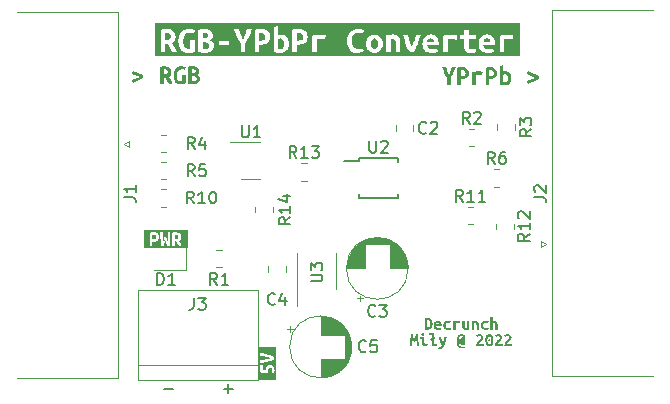
<source format=gbr>
%TF.GenerationSoftware,KiCad,Pcbnew,(6.0.4)*%
%TF.CreationDate,2022-10-01T01:36:45+02:00*%
%TF.ProjectId,RGB-YPbPr-Converter,5247422d-5950-4625-9072-2d436f6e7665,rev?*%
%TF.SameCoordinates,Original*%
%TF.FileFunction,Legend,Top*%
%TF.FilePolarity,Positive*%
%FSLAX46Y46*%
G04 Gerber Fmt 4.6, Leading zero omitted, Abs format (unit mm)*
G04 Created by KiCad (PCBNEW (6.0.4)) date 2022-10-01 01:36:45*
%MOMM*%
%LPD*%
G01*
G04 APERTURE LIST*
%ADD10C,0.150000*%
%ADD11C,0.120000*%
G04 APERTURE END LIST*
D10*
X79419047Y-87571428D02*
X80180952Y-87571428D01*
X79800000Y-87952380D02*
X79800000Y-87190476D01*
X74319047Y-87571428D02*
X75080952Y-87571428D01*
%TO.C,J3*%
X76866666Y-79852380D02*
X76866666Y-80566666D01*
X76819047Y-80709523D01*
X76723809Y-80804761D01*
X76580952Y-80852380D01*
X76485714Y-80852380D01*
X77247619Y-79852380D02*
X77866666Y-79852380D01*
X77533333Y-80233333D01*
X77676190Y-80233333D01*
X77771428Y-80280952D01*
X77819047Y-80328571D01*
X77866666Y-80423809D01*
X77866666Y-80661904D01*
X77819047Y-80757142D01*
X77771428Y-80804761D01*
X77676190Y-80852380D01*
X77390476Y-80852380D01*
X77295238Y-80804761D01*
X77247619Y-80757142D01*
%TO.C,U1*%
X80938095Y-65252380D02*
X80938095Y-66061904D01*
X80985714Y-66157142D01*
X81033333Y-66204761D01*
X81128571Y-66252380D01*
X81319047Y-66252380D01*
X81414285Y-66204761D01*
X81461904Y-66157142D01*
X81509523Y-66061904D01*
X81509523Y-65252380D01*
X82509523Y-66252380D02*
X81938095Y-66252380D01*
X82223809Y-66252380D02*
X82223809Y-65252380D01*
X82128571Y-65395238D01*
X82033333Y-65490476D01*
X81938095Y-65538095D01*
%TO.C,R14*%
X85052380Y-73042857D02*
X84576190Y-73376190D01*
X85052380Y-73614285D02*
X84052380Y-73614285D01*
X84052380Y-73233333D01*
X84100000Y-73138095D01*
X84147619Y-73090476D01*
X84242857Y-73042857D01*
X84385714Y-73042857D01*
X84480952Y-73090476D01*
X84528571Y-73138095D01*
X84576190Y-73233333D01*
X84576190Y-73614285D01*
X85052380Y-72090476D02*
X85052380Y-72661904D01*
X85052380Y-72376190D02*
X84052380Y-72376190D01*
X84195238Y-72471428D01*
X84290476Y-72566666D01*
X84338095Y-72661904D01*
X84385714Y-71233333D02*
X85052380Y-71233333D01*
X84004761Y-71471428D02*
X84719047Y-71709523D01*
X84719047Y-71090476D01*
%TO.C,R13*%
X85557142Y-68002380D02*
X85223809Y-67526190D01*
X84985714Y-68002380D02*
X84985714Y-67002380D01*
X85366666Y-67002380D01*
X85461904Y-67050000D01*
X85509523Y-67097619D01*
X85557142Y-67192857D01*
X85557142Y-67335714D01*
X85509523Y-67430952D01*
X85461904Y-67478571D01*
X85366666Y-67526190D01*
X84985714Y-67526190D01*
X86509523Y-68002380D02*
X85938095Y-68002380D01*
X86223809Y-68002380D02*
X86223809Y-67002380D01*
X86128571Y-67145238D01*
X86033333Y-67240476D01*
X85938095Y-67288095D01*
X86842857Y-67002380D02*
X87461904Y-67002380D01*
X87128571Y-67383333D01*
X87271428Y-67383333D01*
X87366666Y-67430952D01*
X87414285Y-67478571D01*
X87461904Y-67573809D01*
X87461904Y-67811904D01*
X87414285Y-67907142D01*
X87366666Y-67954761D01*
X87271428Y-68002380D01*
X86985714Y-68002380D01*
X86890476Y-67954761D01*
X86842857Y-67907142D01*
%TO.C,J2*%
X105692049Y-71318333D02*
X106406335Y-71318333D01*
X106549192Y-71365952D01*
X106644430Y-71461190D01*
X106692049Y-71604047D01*
X106692049Y-71699285D01*
X105787288Y-70889761D02*
X105739669Y-70842142D01*
X105692049Y-70746904D01*
X105692049Y-70508809D01*
X105739669Y-70413571D01*
X105787288Y-70365952D01*
X105882526Y-70318333D01*
X105977764Y-70318333D01*
X106120621Y-70365952D01*
X106692049Y-70937380D01*
X106692049Y-70318333D01*
%TO.C,J1*%
X70952380Y-71333333D02*
X71666666Y-71333333D01*
X71809523Y-71380952D01*
X71904761Y-71476190D01*
X71952380Y-71619047D01*
X71952380Y-71714285D01*
X71952380Y-70333333D02*
X71952380Y-70904761D01*
X71952380Y-70619047D02*
X70952380Y-70619047D01*
X71095238Y-70714285D01*
X71190476Y-70809523D01*
X71238095Y-70904761D01*
%TO.C,U2*%
X91738095Y-66552380D02*
X91738095Y-67361904D01*
X91785714Y-67457142D01*
X91833333Y-67504761D01*
X91928571Y-67552380D01*
X92119047Y-67552380D01*
X92214285Y-67504761D01*
X92261904Y-67457142D01*
X92309523Y-67361904D01*
X92309523Y-66552380D01*
X92738095Y-66647619D02*
X92785714Y-66600000D01*
X92880952Y-66552380D01*
X93119047Y-66552380D01*
X93214285Y-66600000D01*
X93261904Y-66647619D01*
X93309523Y-66742857D01*
X93309523Y-66838095D01*
X93261904Y-66980952D01*
X92690476Y-67552380D01*
X93309523Y-67552380D01*
%TO.C,R5*%
X76933333Y-69552380D02*
X76600000Y-69076190D01*
X76361904Y-69552380D02*
X76361904Y-68552380D01*
X76742857Y-68552380D01*
X76838095Y-68600000D01*
X76885714Y-68647619D01*
X76933333Y-68742857D01*
X76933333Y-68885714D01*
X76885714Y-68980952D01*
X76838095Y-69028571D01*
X76742857Y-69076190D01*
X76361904Y-69076190D01*
X77838095Y-68552380D02*
X77361904Y-68552380D01*
X77314285Y-69028571D01*
X77361904Y-68980952D01*
X77457142Y-68933333D01*
X77695238Y-68933333D01*
X77790476Y-68980952D01*
X77838095Y-69028571D01*
X77885714Y-69123809D01*
X77885714Y-69361904D01*
X77838095Y-69457142D01*
X77790476Y-69504761D01*
X77695238Y-69552380D01*
X77457142Y-69552380D01*
X77361904Y-69504761D01*
X77314285Y-69457142D01*
%TO.C,R4*%
X76933333Y-67252380D02*
X76600000Y-66776190D01*
X76361904Y-67252380D02*
X76361904Y-66252380D01*
X76742857Y-66252380D01*
X76838095Y-66300000D01*
X76885714Y-66347619D01*
X76933333Y-66442857D01*
X76933333Y-66585714D01*
X76885714Y-66680952D01*
X76838095Y-66728571D01*
X76742857Y-66776190D01*
X76361904Y-66776190D01*
X77790476Y-66585714D02*
X77790476Y-67252380D01*
X77552380Y-66204761D02*
X77314285Y-66919047D01*
X77933333Y-66919047D01*
%TO.C,R11*%
X99657142Y-71702380D02*
X99323809Y-71226190D01*
X99085714Y-71702380D02*
X99085714Y-70702380D01*
X99466666Y-70702380D01*
X99561904Y-70750000D01*
X99609523Y-70797619D01*
X99657142Y-70892857D01*
X99657142Y-71035714D01*
X99609523Y-71130952D01*
X99561904Y-71178571D01*
X99466666Y-71226190D01*
X99085714Y-71226190D01*
X100609523Y-71702380D02*
X100038095Y-71702380D01*
X100323809Y-71702380D02*
X100323809Y-70702380D01*
X100228571Y-70845238D01*
X100133333Y-70940476D01*
X100038095Y-70988095D01*
X101561904Y-71702380D02*
X100990476Y-71702380D01*
X101276190Y-71702380D02*
X101276190Y-70702380D01*
X101180952Y-70845238D01*
X101085714Y-70940476D01*
X100990476Y-70988095D01*
%TO.C,R6*%
X102333333Y-68502380D02*
X102000000Y-68026190D01*
X101761904Y-68502380D02*
X101761904Y-67502380D01*
X102142857Y-67502380D01*
X102238095Y-67550000D01*
X102285714Y-67597619D01*
X102333333Y-67692857D01*
X102333333Y-67835714D01*
X102285714Y-67930952D01*
X102238095Y-67978571D01*
X102142857Y-68026190D01*
X101761904Y-68026190D01*
X103190476Y-67502380D02*
X103000000Y-67502380D01*
X102904761Y-67550000D01*
X102857142Y-67597619D01*
X102761904Y-67740476D01*
X102714285Y-67930952D01*
X102714285Y-68311904D01*
X102761904Y-68407142D01*
X102809523Y-68454761D01*
X102904761Y-68502380D01*
X103095238Y-68502380D01*
X103190476Y-68454761D01*
X103238095Y-68407142D01*
X103285714Y-68311904D01*
X103285714Y-68073809D01*
X103238095Y-67978571D01*
X103190476Y-67930952D01*
X103095238Y-67883333D01*
X102904761Y-67883333D01*
X102809523Y-67930952D01*
X102761904Y-67978571D01*
X102714285Y-68073809D01*
%TO.C,U3*%
X86752380Y-78461904D02*
X87561904Y-78461904D01*
X87657142Y-78414285D01*
X87704761Y-78366666D01*
X87752380Y-78271428D01*
X87752380Y-78080952D01*
X87704761Y-77985714D01*
X87657142Y-77938095D01*
X87561904Y-77890476D01*
X86752380Y-77890476D01*
X86752380Y-77509523D02*
X86752380Y-76890476D01*
X87133333Y-77223809D01*
X87133333Y-77080952D01*
X87180952Y-76985714D01*
X87228571Y-76938095D01*
X87323809Y-76890476D01*
X87561904Y-76890476D01*
X87657142Y-76938095D01*
X87704761Y-76985714D01*
X87752380Y-77080952D01*
X87752380Y-77366666D01*
X87704761Y-77461904D01*
X87657142Y-77509523D01*
%TO.C,R1*%
X78833333Y-78752380D02*
X78500000Y-78276190D01*
X78261904Y-78752380D02*
X78261904Y-77752380D01*
X78642857Y-77752380D01*
X78738095Y-77800000D01*
X78785714Y-77847619D01*
X78833333Y-77942857D01*
X78833333Y-78085714D01*
X78785714Y-78180952D01*
X78738095Y-78228571D01*
X78642857Y-78276190D01*
X78261904Y-78276190D01*
X79785714Y-78752380D02*
X79214285Y-78752380D01*
X79500000Y-78752380D02*
X79500000Y-77752380D01*
X79404761Y-77895238D01*
X79309523Y-77990476D01*
X79214285Y-78038095D01*
%TO.C,R12*%
X105302380Y-74442857D02*
X104826190Y-74776190D01*
X105302380Y-75014285D02*
X104302380Y-75014285D01*
X104302380Y-74633333D01*
X104350000Y-74538095D01*
X104397619Y-74490476D01*
X104492857Y-74442857D01*
X104635714Y-74442857D01*
X104730952Y-74490476D01*
X104778571Y-74538095D01*
X104826190Y-74633333D01*
X104826190Y-75014285D01*
X105302380Y-73490476D02*
X105302380Y-74061904D01*
X105302380Y-73776190D02*
X104302380Y-73776190D01*
X104445238Y-73871428D01*
X104540476Y-73966666D01*
X104588095Y-74061904D01*
X104397619Y-73109523D02*
X104350000Y-73061904D01*
X104302380Y-72966666D01*
X104302380Y-72728571D01*
X104350000Y-72633333D01*
X104397619Y-72585714D01*
X104492857Y-72538095D01*
X104588095Y-72538095D01*
X104730952Y-72585714D01*
X105302380Y-73157142D01*
X105302380Y-72538095D01*
%TO.C,C5*%
X91433333Y-84357142D02*
X91385714Y-84404761D01*
X91242857Y-84452380D01*
X91147619Y-84452380D01*
X91004761Y-84404761D01*
X90909523Y-84309523D01*
X90861904Y-84214285D01*
X90814285Y-84023809D01*
X90814285Y-83880952D01*
X90861904Y-83690476D01*
X90909523Y-83595238D01*
X91004761Y-83500000D01*
X91147619Y-83452380D01*
X91242857Y-83452380D01*
X91385714Y-83500000D01*
X91433333Y-83547619D01*
X92338095Y-83452380D02*
X91861904Y-83452380D01*
X91814285Y-83928571D01*
X91861904Y-83880952D01*
X91957142Y-83833333D01*
X92195238Y-83833333D01*
X92290476Y-83880952D01*
X92338095Y-83928571D01*
X92385714Y-84023809D01*
X92385714Y-84261904D01*
X92338095Y-84357142D01*
X92290476Y-84404761D01*
X92195238Y-84452380D01*
X91957142Y-84452380D01*
X91861904Y-84404761D01*
X91814285Y-84357142D01*
%TO.C,R3*%
X105452380Y-65566666D02*
X104976190Y-65900000D01*
X105452380Y-66138095D02*
X104452380Y-66138095D01*
X104452380Y-65757142D01*
X104500000Y-65661904D01*
X104547619Y-65614285D01*
X104642857Y-65566666D01*
X104785714Y-65566666D01*
X104880952Y-65614285D01*
X104928571Y-65661904D01*
X104976190Y-65757142D01*
X104976190Y-66138095D01*
X104452380Y-65233333D02*
X104452380Y-64614285D01*
X104833333Y-64947619D01*
X104833333Y-64804761D01*
X104880952Y-64709523D01*
X104928571Y-64661904D01*
X105023809Y-64614285D01*
X105261904Y-64614285D01*
X105357142Y-64661904D01*
X105404761Y-64709523D01*
X105452380Y-64804761D01*
X105452380Y-65090476D01*
X105404761Y-65185714D01*
X105357142Y-65233333D01*
%TO.C,C2*%
X96533333Y-65857142D02*
X96485714Y-65904761D01*
X96342857Y-65952380D01*
X96247619Y-65952380D01*
X96104761Y-65904761D01*
X96009523Y-65809523D01*
X95961904Y-65714285D01*
X95914285Y-65523809D01*
X95914285Y-65380952D01*
X95961904Y-65190476D01*
X96009523Y-65095238D01*
X96104761Y-65000000D01*
X96247619Y-64952380D01*
X96342857Y-64952380D01*
X96485714Y-65000000D01*
X96533333Y-65047619D01*
X96914285Y-65047619D02*
X96961904Y-65000000D01*
X97057142Y-64952380D01*
X97295238Y-64952380D01*
X97390476Y-65000000D01*
X97438095Y-65047619D01*
X97485714Y-65142857D01*
X97485714Y-65238095D01*
X97438095Y-65380952D01*
X96866666Y-65952380D01*
X97485714Y-65952380D01*
%TO.C,R10*%
X76857142Y-71852380D02*
X76523809Y-71376190D01*
X76285714Y-71852380D02*
X76285714Y-70852380D01*
X76666666Y-70852380D01*
X76761904Y-70900000D01*
X76809523Y-70947619D01*
X76857142Y-71042857D01*
X76857142Y-71185714D01*
X76809523Y-71280952D01*
X76761904Y-71328571D01*
X76666666Y-71376190D01*
X76285714Y-71376190D01*
X77809523Y-71852380D02*
X77238095Y-71852380D01*
X77523809Y-71852380D02*
X77523809Y-70852380D01*
X77428571Y-70995238D01*
X77333333Y-71090476D01*
X77238095Y-71138095D01*
X78428571Y-70852380D02*
X78523809Y-70852380D01*
X78619047Y-70900000D01*
X78666666Y-70947619D01*
X78714285Y-71042857D01*
X78761904Y-71233333D01*
X78761904Y-71471428D01*
X78714285Y-71661904D01*
X78666666Y-71757142D01*
X78619047Y-71804761D01*
X78523809Y-71852380D01*
X78428571Y-71852380D01*
X78333333Y-71804761D01*
X78285714Y-71757142D01*
X78238095Y-71661904D01*
X78190476Y-71471428D01*
X78190476Y-71233333D01*
X78238095Y-71042857D01*
X78285714Y-70947619D01*
X78333333Y-70900000D01*
X78428571Y-70852380D01*
%TO.C,D1*%
X73761904Y-78752380D02*
X73761904Y-77752380D01*
X74000000Y-77752380D01*
X74142857Y-77800000D01*
X74238095Y-77895238D01*
X74285714Y-77990476D01*
X74333333Y-78180952D01*
X74333333Y-78323809D01*
X74285714Y-78514285D01*
X74238095Y-78609523D01*
X74142857Y-78704761D01*
X74000000Y-78752380D01*
X73761904Y-78752380D01*
X75285714Y-78752380D02*
X74714285Y-78752380D01*
X75000000Y-78752380D02*
X75000000Y-77752380D01*
X74904761Y-77895238D01*
X74809523Y-77990476D01*
X74714285Y-78038095D01*
%TO.C,R2*%
X100233333Y-65102380D02*
X99900000Y-64626190D01*
X99661904Y-65102380D02*
X99661904Y-64102380D01*
X100042857Y-64102380D01*
X100138095Y-64150000D01*
X100185714Y-64197619D01*
X100233333Y-64292857D01*
X100233333Y-64435714D01*
X100185714Y-64530952D01*
X100138095Y-64578571D01*
X100042857Y-64626190D01*
X99661904Y-64626190D01*
X100614285Y-64197619D02*
X100661904Y-64150000D01*
X100757142Y-64102380D01*
X100995238Y-64102380D01*
X101090476Y-64150000D01*
X101138095Y-64197619D01*
X101185714Y-64292857D01*
X101185714Y-64388095D01*
X101138095Y-64530952D01*
X100566666Y-65102380D01*
X101185714Y-65102380D01*
%TO.C,C4*%
X83733333Y-80357142D02*
X83685714Y-80404761D01*
X83542857Y-80452380D01*
X83447619Y-80452380D01*
X83304761Y-80404761D01*
X83209523Y-80309523D01*
X83161904Y-80214285D01*
X83114285Y-80023809D01*
X83114285Y-79880952D01*
X83161904Y-79690476D01*
X83209523Y-79595238D01*
X83304761Y-79500000D01*
X83447619Y-79452380D01*
X83542857Y-79452380D01*
X83685714Y-79500000D01*
X83733333Y-79547619D01*
X84590476Y-79785714D02*
X84590476Y-80452380D01*
X84352380Y-79404761D02*
X84114285Y-80119047D01*
X84733333Y-80119047D01*
%TO.C,C3*%
X92233333Y-81357142D02*
X92185714Y-81404761D01*
X92042857Y-81452380D01*
X91947619Y-81452380D01*
X91804761Y-81404761D01*
X91709523Y-81309523D01*
X91661904Y-81214285D01*
X91614285Y-81023809D01*
X91614285Y-80880952D01*
X91661904Y-80690476D01*
X91709523Y-80595238D01*
X91804761Y-80500000D01*
X91947619Y-80452380D01*
X92042857Y-80452380D01*
X92185714Y-80500000D01*
X92233333Y-80547619D01*
X92566666Y-80452380D02*
X93185714Y-80452380D01*
X92852380Y-80833333D01*
X92995238Y-80833333D01*
X93090476Y-80880952D01*
X93138095Y-80928571D01*
X93185714Y-81023809D01*
X93185714Y-81261904D01*
X93138095Y-81357142D01*
X93090476Y-81404761D01*
X92995238Y-81452380D01*
X92709523Y-81452380D01*
X92614285Y-81404761D01*
X92566666Y-81357142D01*
%TO.C,kibuzzard-63377D38*%
G36*
X83860730Y-83979637D02*
G01*
X83860730Y-86820363D01*
X82339270Y-86820363D01*
X82339270Y-86168668D01*
X82498020Y-86168668D01*
X82643514Y-86175811D01*
X82794247Y-86185813D01*
X82949267Y-86199148D01*
X83107620Y-86216293D01*
X83111668Y-86085324D01*
X83123813Y-85981978D01*
X83169533Y-85843865D01*
X83240018Y-85779095D01*
X83330505Y-85762903D01*
X83393370Y-85772428D01*
X83447663Y-85807670D01*
X83486715Y-85878155D01*
X83501955Y-85991503D01*
X83497669Y-86080561D01*
X83484810Y-86153428D01*
X83446710Y-86260108D01*
X83641020Y-86307733D01*
X83661975Y-86253440D01*
X83681978Y-86174383D01*
X83696265Y-86082943D01*
X83701980Y-85989598D01*
X83694836Y-85880536D01*
X83673405Y-85785763D01*
X83639115Y-85705276D01*
X83593395Y-85639078D01*
X83472428Y-85551448D01*
X83320980Y-85522873D01*
X83210490Y-85535784D01*
X83117780Y-85574519D01*
X83042850Y-85639078D01*
X82986123Y-85729883D01*
X82948023Y-85847358D01*
X82928550Y-85991503D01*
X82819965Y-85981978D01*
X82692330Y-85972453D01*
X82692330Y-85566688D01*
X82498020Y-85566688D01*
X82498020Y-86168668D01*
X82339270Y-86168668D01*
X82339270Y-85397142D01*
X82498020Y-85397142D01*
X82604700Y-85375235D01*
X82738050Y-85343802D01*
X82837851Y-85318614D01*
X82941673Y-85291309D01*
X83049517Y-85261887D01*
X83159478Y-85230772D01*
X83269651Y-85198387D01*
X83380035Y-85164732D01*
X83537198Y-85114726D01*
X83677215Y-85067577D01*
X83677215Y-84825642D01*
X83575721Y-84789236D01*
X83471898Y-84753676D01*
X83365748Y-84718962D01*
X83259068Y-84685625D01*
X83153658Y-84654192D01*
X83049517Y-84624665D01*
X82897832Y-84584184D01*
X82753290Y-84548465D01*
X82618987Y-84517747D01*
X82498020Y-84492267D01*
X82498020Y-84738012D01*
X82597080Y-84755157D01*
X82711380Y-84776112D01*
X82834967Y-84799925D01*
X82961887Y-84825642D01*
X83089522Y-84853265D01*
X83215253Y-84882792D01*
X83333124Y-84913272D01*
X83437185Y-84943752D01*
X83331696Y-84974471D01*
X83213348Y-85005665D01*
X83087617Y-85036145D01*
X82959982Y-85064720D01*
X82833300Y-85091152D01*
X82710427Y-85115202D01*
X82596842Y-85135205D01*
X82498020Y-85149492D01*
X82498020Y-85397142D01*
X82339270Y-85397142D01*
X82339270Y-83979637D01*
X83860730Y-83979637D01*
G37*
%TO.C,kibuzzard-63377CAE*%
G36*
X75427259Y-74518524D02*
G01*
X75493458Y-74551385D01*
X75536320Y-74607582D01*
X75550608Y-74688545D01*
X75497268Y-74820942D01*
X75427259Y-74855947D01*
X75323913Y-74867615D01*
X75272478Y-74867615D01*
X75272478Y-74513285D01*
X75310578Y-74508522D01*
X75342963Y-74507570D01*
X75427259Y-74518524D01*
G37*
G36*
X73567741Y-74518286D02*
G01*
X73633225Y-74550432D01*
X73675373Y-74608297D01*
X73689422Y-74696165D01*
X73675135Y-74788796D01*
X73632272Y-74849517D01*
X73561311Y-74883093D01*
X73462727Y-74894285D01*
X73367477Y-74894285D01*
X73367477Y-74513285D01*
X73425580Y-74508522D01*
X73483682Y-74507570D01*
X73567741Y-74518286D01*
G37*
G36*
X76379468Y-75655015D02*
G01*
X72620532Y-75655015D01*
X72620532Y-75496265D01*
X73133162Y-75496265D01*
X73367477Y-75496265D01*
X73367477Y-75098120D01*
X73451297Y-75098120D01*
X73592162Y-75087643D01*
X73709954Y-75056210D01*
X73804675Y-75003823D01*
X73873996Y-74927940D01*
X73915588Y-74826022D01*
X73929452Y-74698070D01*
X73915694Y-74571387D01*
X73874419Y-74470740D01*
X73805627Y-74396128D01*
X73711859Y-74344798D01*
X73607234Y-74317070D01*
X74026607Y-74317070D01*
X74030894Y-74462564D01*
X74036132Y-74613297D01*
X74042562Y-74766174D01*
X74050420Y-74918098D01*
X74059707Y-75068593D01*
X74070422Y-75217183D01*
X74082805Y-75360772D01*
X74097092Y-75496265D01*
X74291402Y-75496265D01*
X74331407Y-75371011D01*
X74375222Y-75235280D01*
X74419990Y-75099549D01*
X74462852Y-74974295D01*
X74504763Y-75103121D01*
X74546673Y-75238138D01*
X74588583Y-75371726D01*
X74630493Y-75496265D01*
X74824803Y-75496265D01*
X75038163Y-75496265D01*
X75272478Y-75496265D01*
X75272478Y-75061925D01*
X75394398Y-75061925D01*
X75458929Y-75169796D01*
X75519175Y-75276238D01*
X75573706Y-75384108D01*
X75621093Y-75496265D01*
X75866838Y-75496265D01*
X75812545Y-75371488D01*
X75746823Y-75240043D01*
X75676338Y-75114313D01*
X75607758Y-75004775D01*
X75691101Y-74950959D01*
X75746823Y-74877140D01*
X75778255Y-74788557D01*
X75788733Y-74690450D01*
X75780874Y-74597819D01*
X75757300Y-74518047D01*
X75666813Y-74397080D01*
X75602043Y-74355646D01*
X75525843Y-74326595D01*
X75439165Y-74309450D01*
X75342963Y-74303735D01*
X75276288Y-74305640D01*
X75196278Y-74310402D01*
X75113410Y-74319927D01*
X75038163Y-74334215D01*
X75038163Y-75496265D01*
X74824803Y-75496265D01*
X74837423Y-75361010D01*
X74848615Y-75218135D01*
X74858378Y-75070259D01*
X74866713Y-74920003D01*
X74873856Y-74768079D01*
X74880048Y-74615202D01*
X74885763Y-74463993D01*
X74891478Y-74317070D01*
X74674308Y-74317070D01*
X74674784Y-74431608D01*
X74676213Y-74550432D01*
X74678118Y-74670686D01*
X74680023Y-74789510D01*
X74681928Y-74906429D01*
X74683833Y-75020968D01*
X74685261Y-75130743D01*
X74685738Y-75233375D01*
X74642875Y-75080975D01*
X74602870Y-74941910D01*
X74569533Y-74823800D01*
X74546673Y-74734265D01*
X74375222Y-74734265D01*
X74348552Y-74827610D01*
X74311405Y-74957150D01*
X74269495Y-75100025D01*
X74230442Y-75233375D01*
X74230919Y-75130743D01*
X74232347Y-75020968D01*
X74234252Y-74906191D01*
X74236157Y-74788557D01*
X74238062Y-74669257D01*
X74239967Y-74549480D01*
X74241872Y-74431370D01*
X74243777Y-74317070D01*
X74026607Y-74317070D01*
X73607234Y-74317070D01*
X73595654Y-74314001D01*
X73457012Y-74303735D01*
X73382717Y-74305640D01*
X73296992Y-74310402D01*
X73210315Y-74318975D01*
X73133162Y-74332310D01*
X73133162Y-75496265D01*
X72620532Y-75496265D01*
X72620532Y-74144985D01*
X76379468Y-74144985D01*
X76379468Y-75655015D01*
G37*
%TO.C,kibuzzard-63377C27*%
G36*
X102180494Y-81802356D02*
G01*
X102237644Y-81787275D01*
X102296381Y-81780131D01*
X102372184Y-81786283D01*
X102434494Y-81804737D01*
X102523394Y-81874587D01*
X102571019Y-81982537D01*
X102581734Y-82048617D01*
X102585306Y-82121444D01*
X102585306Y-82542131D01*
X102390044Y-82542131D01*
X102390044Y-82146844D01*
X102384091Y-82056753D01*
X102366231Y-81996031D01*
X102275744Y-81949994D01*
X102222563Y-81956344D01*
X102180494Y-81967456D01*
X102180494Y-82542131D01*
X101985231Y-82542131D01*
X101985231Y-81473744D01*
X102180494Y-81440406D01*
X102180494Y-81802356D01*
G37*
G36*
X96742314Y-81555500D02*
G01*
X96826650Y-81576931D01*
X96900667Y-81613642D01*
X96962381Y-81666625D01*
X97011792Y-81736078D01*
X97048900Y-81822200D01*
X97072117Y-81926380D01*
X97079856Y-82050006D01*
X97071323Y-82176411D01*
X97045725Y-82282575D01*
X97005045Y-82369689D01*
X96951269Y-82438944D01*
X96885189Y-82491133D01*
X96807600Y-82527050D01*
X96720089Y-82547886D01*
X96624244Y-82554831D01*
X96521850Y-82549275D01*
X96414694Y-82531019D01*
X96414694Y-82383381D01*
X96609956Y-82383381D01*
X96627419Y-82384969D01*
X96644881Y-82384969D01*
X96756800Y-82359569D01*
X96829825Y-82289719D01*
X96869512Y-82184150D01*
X96878442Y-82120055D01*
X96881419Y-82050006D01*
X96871894Y-81926181D01*
X96838556Y-81819819D01*
X96773469Y-81746000D01*
X96667106Y-81718219D01*
X96638531Y-81719012D01*
X96609956Y-81722981D01*
X96609956Y-82383381D01*
X96414694Y-82383381D01*
X96414694Y-81572169D01*
X96540106Y-81553119D01*
X96649644Y-81548356D01*
X96742314Y-81555500D01*
G37*
G36*
X97202094Y-82002381D02*
G01*
X97237019Y-81933920D01*
X97281469Y-81877762D01*
X97334253Y-81833908D01*
X97394181Y-81802356D01*
X97458475Y-81783306D01*
X97524356Y-81776956D01*
X97625603Y-81787804D01*
X97709212Y-81820348D01*
X97775181Y-81874587D01*
X97822806Y-81949641D01*
X97851381Y-82044626D01*
X97860906Y-82159544D01*
X97860112Y-82199231D01*
X97857731Y-82232569D01*
X97373544Y-82232569D01*
X97388625Y-82297855D01*
X97433869Y-82347663D01*
X97502925Y-82379214D01*
X97589444Y-82389731D01*
X97701362Y-82377031D01*
X97791056Y-82351631D01*
X97818044Y-82518319D01*
X97710094Y-82547688D01*
X97581506Y-82559594D01*
X97491217Y-82553442D01*
X97410850Y-82534988D01*
X97341000Y-82504428D01*
X97282262Y-82461963D01*
X97235233Y-82407789D01*
X97200506Y-82342106D01*
X97179075Y-82264716D01*
X97171931Y-82175419D01*
X97178275Y-82097631D01*
X97373544Y-82097631D01*
X97671994Y-82097631D01*
X97664056Y-82039688D01*
X97638656Y-81989681D01*
X97594206Y-81953962D01*
X97527531Y-81940469D01*
X97461650Y-81953169D01*
X97415612Y-81988094D01*
X97387037Y-82038894D01*
X97373544Y-82097631D01*
X97178275Y-82097631D01*
X97179472Y-82082947D01*
X97202094Y-82002381D01*
G37*
G36*
X98534006Y-81786481D02*
G01*
X98643544Y-81818231D01*
X98600681Y-81975394D01*
X98530037Y-81955550D01*
X98430819Y-81946819D01*
X98314137Y-81963487D01*
X98238731Y-82009525D01*
X98197456Y-82080169D01*
X98184756Y-82169069D01*
X98199242Y-82261144D01*
X98242700Y-82330994D01*
X98321083Y-82375047D01*
X98440344Y-82389731D01*
X98536387Y-82383381D01*
X98627669Y-82362744D01*
X98656244Y-82523081D01*
X98556231Y-82549275D01*
X98492334Y-82557014D01*
X98418119Y-82559594D01*
X98311955Y-82552053D01*
X98222062Y-82529431D01*
X98147648Y-82493713D01*
X98087919Y-82446881D01*
X98042477Y-82389731D01*
X98010925Y-82323056D01*
X97992470Y-82248841D01*
X97986319Y-82169069D01*
X97992669Y-82090488D01*
X98011719Y-82016669D01*
X98043866Y-81949795D01*
X98089506Y-81892050D01*
X98148839Y-81844425D01*
X98222062Y-81807912D01*
X98309970Y-81784695D01*
X98413356Y-81776956D01*
X98534006Y-81786481D01*
G37*
G36*
X101709006Y-81786481D02*
G01*
X101818544Y-81818231D01*
X101775681Y-81975394D01*
X101705038Y-81955550D01*
X101605819Y-81946819D01*
X101489138Y-81963487D01*
X101413731Y-82009525D01*
X101372456Y-82080169D01*
X101359756Y-82169069D01*
X101374242Y-82261144D01*
X101417700Y-82330994D01*
X101496083Y-82375047D01*
X101615344Y-82389731D01*
X101711388Y-82383381D01*
X101802669Y-82362744D01*
X101831244Y-82523081D01*
X101731231Y-82549275D01*
X101667334Y-82557014D01*
X101593119Y-82559594D01*
X101486955Y-82552053D01*
X101397063Y-82529431D01*
X101322648Y-82493713D01*
X101262919Y-82446881D01*
X101217477Y-82389731D01*
X101185925Y-82323056D01*
X101167470Y-82248841D01*
X101161319Y-82169069D01*
X101167669Y-82090488D01*
X101186719Y-82016669D01*
X101218866Y-81949795D01*
X101264506Y-81892050D01*
X101323839Y-81844425D01*
X101397063Y-81807912D01*
X101484970Y-81784695D01*
X101588356Y-81776956D01*
X101709006Y-81786481D01*
G37*
G36*
X99792894Y-82186531D02*
G01*
X99799045Y-82276423D01*
X99817500Y-82339725D01*
X99913544Y-82389731D01*
X100002444Y-82381794D01*
X100002444Y-81796006D01*
X100199294Y-81796006D01*
X100199294Y-82516731D01*
X100139564Y-82531019D01*
X100068325Y-82545306D01*
X99987958Y-82556022D01*
X99900844Y-82559594D01*
X99817103Y-82553244D01*
X99750031Y-82534194D01*
X99657163Y-82461963D01*
X99610331Y-82351631D01*
X99600806Y-82284956D01*
X99597631Y-82211931D01*
X99597631Y-81796006D01*
X99792894Y-81796006D01*
X99792894Y-82186531D01*
G37*
G36*
X100775953Y-81786283D02*
G01*
X100842231Y-81804737D01*
X100935100Y-81874587D01*
X100983519Y-81982537D01*
X100994234Y-82048617D01*
X100997806Y-82121444D01*
X100997806Y-82542131D01*
X100802544Y-82542131D01*
X100802544Y-82146844D01*
X100796591Y-82056753D01*
X100778731Y-81996031D01*
X100681894Y-81949994D01*
X100638238Y-81951581D01*
X100592994Y-81956344D01*
X100592994Y-82542131D01*
X100397731Y-82542131D01*
X100397731Y-81819819D01*
X100456270Y-81805928D01*
X100527113Y-81792831D01*
X100607480Y-81783306D01*
X100694594Y-81780131D01*
X100775953Y-81786283D01*
G37*
G36*
X99247588Y-81783306D02*
G01*
X99310294Y-81788862D01*
X99377762Y-81798387D01*
X99438881Y-81813469D01*
X99403956Y-81994444D01*
X99358712Y-81984919D01*
X99305531Y-81976187D01*
X99253144Y-81970631D01*
X99210281Y-81969044D01*
X99129319Y-81973012D01*
X99048356Y-81988094D01*
X99048356Y-82542131D01*
X98851506Y-82542131D01*
X98851506Y-81845219D01*
X98930286Y-81819422D01*
X99011050Y-81799181D01*
X99099752Y-81786084D01*
X99202344Y-81781719D01*
X99247588Y-81783306D01*
G37*
%TO.C,kibuzzard-63377C0B*%
G36*
X99758763Y-83851631D02*
G01*
X99661131Y-83860363D01*
X99549213Y-83842106D01*
X99459519Y-83784956D01*
X99399987Y-83683356D01*
X99383914Y-83613705D01*
X99378556Y-83530163D01*
X99379460Y-83520638D01*
X99545244Y-83520638D01*
X99549213Y-83582550D01*
X99564294Y-83639700D01*
X99595250Y-83681769D01*
X99646844Y-83698438D01*
X99691294Y-83693675D01*
X99691294Y-83376175D01*
X99667481Y-83371412D01*
X99645256Y-83369825D01*
X99596044Y-83383319D01*
X99565881Y-83418244D01*
X99550006Y-83466662D01*
X99545244Y-83520638D01*
X99379460Y-83520638D01*
X99390462Y-83404750D01*
X99430944Y-83302356D01*
X99504763Y-83233300D01*
X99616681Y-83207900D01*
X99691294Y-83215837D01*
X99691294Y-83190437D01*
X99653194Y-83088044D01*
X99542069Y-83045975D01*
X99442850Y-83068200D01*
X99361887Y-83145987D01*
X99331328Y-83210877D01*
X99307912Y-83294419D01*
X99293030Y-83399392D01*
X99288069Y-83528575D01*
X99292236Y-83633350D01*
X99304737Y-83725425D01*
X99327359Y-83804205D01*
X99361887Y-83869094D01*
X99409116Y-83920092D01*
X99469837Y-83957200D01*
X99545442Y-83979822D01*
X99637319Y-83987363D01*
X99754794Y-83979425D01*
X99810356Y-83966725D01*
X99827819Y-84104838D01*
X99778606Y-84115156D01*
X99734156Y-84121506D01*
X99688913Y-84125475D01*
X99637319Y-84127063D01*
X99536116Y-84119919D01*
X99442056Y-84098488D01*
X99357720Y-84059395D01*
X99285687Y-83999269D01*
X99226752Y-83917116D01*
X99181706Y-83811944D01*
X99160540Y-83727542D01*
X99147840Y-83629910D01*
X99143606Y-83519050D01*
X99147222Y-83410835D01*
X99158070Y-83314792D01*
X99176150Y-83230919D01*
X99214448Y-83125350D01*
X99264256Y-83042006D01*
X99323787Y-82980094D01*
X99391256Y-82938819D01*
X99464678Y-82915602D01*
X99542069Y-82907862D01*
X99664306Y-82927706D01*
X99764319Y-82990412D01*
X99802816Y-83039823D01*
X99832581Y-83102331D01*
X99851631Y-83178730D01*
X99857981Y-83269812D01*
X99857981Y-83825438D01*
X99758763Y-83851631D01*
G37*
G36*
X97192569Y-83179325D02*
G01*
X97294169Y-83128525D01*
X97357669Y-83258700D01*
X97192569Y-83341250D01*
X97192569Y-83630175D01*
X97222731Y-83733363D01*
X97298931Y-83760350D01*
X97397356Y-83744475D01*
X97449744Y-83723838D01*
X97475144Y-83881000D01*
X97453712Y-83892113D01*
X97410056Y-83908781D01*
X97344175Y-83923863D01*
X97256069Y-83930213D01*
X97139387Y-83910170D01*
X97059219Y-83850044D01*
X97012784Y-83751420D01*
X96997306Y-83615888D01*
X96997306Y-83438087D01*
X96909994Y-83482537D01*
X96846494Y-83350775D01*
X96997306Y-83276162D01*
X96997306Y-82982475D01*
X96790931Y-82982475D01*
X96790931Y-82820550D01*
X97192569Y-82820550D01*
X97192569Y-83179325D01*
G37*
G36*
X97822012Y-83292037D02*
G01*
X97840864Y-83358712D01*
X97860906Y-83425387D01*
X97882139Y-83491467D01*
X97904562Y-83556356D01*
X97951394Y-83676213D01*
X97984731Y-83556356D01*
X98001797Y-83491666D01*
X98018069Y-83426181D01*
X98033745Y-83360102D01*
X98049025Y-83293625D01*
X98076806Y-83166625D01*
X98276831Y-83166625D01*
X98247264Y-83270408D01*
X98218887Y-83372206D01*
X98190511Y-83471822D01*
X98160944Y-83569056D01*
X98129789Y-83664108D01*
X98096650Y-83757175D01*
X98061130Y-83848059D01*
X98022831Y-83936563D01*
X97963300Y-84046100D01*
X97898212Y-84121506D01*
X97818837Y-84165163D01*
X97716444Y-84179450D01*
X97626750Y-84171513D01*
X97559281Y-84150875D01*
X97595794Y-83987363D01*
X97652150Y-84007206D01*
X97705331Y-84012763D01*
X97797406Y-83974663D01*
X97852969Y-83884175D01*
X97806402Y-83786544D01*
X97759835Y-83679917D01*
X97713269Y-83564294D01*
X97679137Y-83471871D01*
X97646594Y-83374786D01*
X97615637Y-83273037D01*
X97586269Y-83166625D01*
X97789469Y-83166625D01*
X97822012Y-83292037D01*
G37*
G36*
X102212641Y-83646050D02*
G01*
X102185355Y-83734553D01*
X102147156Y-83806388D01*
X102080128Y-83876943D01*
X101995462Y-83919276D01*
X101893156Y-83933388D01*
X101790851Y-83919276D01*
X101706184Y-83876943D01*
X101639156Y-83806388D01*
X101600957Y-83734553D01*
X101573672Y-83646050D01*
X101557301Y-83540878D01*
X101551844Y-83419037D01*
X101728056Y-83419037D01*
X101732819Y-83523195D01*
X101747106Y-83609185D01*
X101770919Y-83677006D01*
X101822909Y-83743086D01*
X101893156Y-83765113D01*
X101964395Y-83743086D01*
X102016188Y-83677006D01*
X102039559Y-83609185D01*
X102053582Y-83523195D01*
X102058256Y-83419037D01*
X102053582Y-83315762D01*
X102039559Y-83230301D01*
X102016188Y-83162656D01*
X101964395Y-83096577D01*
X101893156Y-83074550D01*
X101822909Y-83096577D01*
X101770919Y-83162656D01*
X101747106Y-83230301D01*
X101732819Y-83315762D01*
X101728056Y-83419037D01*
X101551844Y-83419037D01*
X101557400Y-83298586D01*
X101574069Y-83194406D01*
X101601850Y-83106498D01*
X101640744Y-83034862D01*
X101708301Y-82964307D01*
X101792438Y-82921974D01*
X101893156Y-82907862D01*
X101995462Y-82921885D01*
X102080128Y-82963954D01*
X102147156Y-83034069D01*
X102185355Y-83105457D01*
X102212641Y-83193414D01*
X102229012Y-83297941D01*
X102234469Y-83419037D01*
X102229012Y-83540878D01*
X102212641Y-83646050D01*
G37*
G36*
X95429650Y-83015812D02*
G01*
X95465369Y-83128525D01*
X95503469Y-83250762D01*
X95539981Y-83365062D01*
X95579669Y-83243619D01*
X95619356Y-83122969D01*
X95654281Y-83014225D01*
X95682856Y-82930087D01*
X95844781Y-82930087D01*
X95855695Y-83057087D01*
X95866212Y-83180912D01*
X95875737Y-83302555D01*
X95883675Y-83423006D01*
X95890223Y-83543259D01*
X95895581Y-83664306D01*
X95899947Y-83787139D01*
X95903519Y-83912750D01*
X95724131Y-83912750D01*
X95733656Y-83149162D01*
X95613006Y-83565088D01*
X95470131Y-83565088D01*
X95354244Y-83149162D01*
X95362181Y-83912750D01*
X95182794Y-83912750D01*
X95187755Y-83789719D01*
X95193112Y-83661925D01*
X95198867Y-83532147D01*
X95205019Y-83403162D01*
X95211964Y-83276559D01*
X95220100Y-83153925D01*
X95229427Y-83037641D01*
X95239944Y-82930087D01*
X95401869Y-82930087D01*
X95429650Y-83015812D01*
G37*
G36*
X101199419Y-82925325D02*
G01*
X101297844Y-82977712D01*
X101366106Y-83065819D01*
X101391506Y-83188850D01*
X101372456Y-83286481D01*
X101321656Y-83377762D01*
X101250219Y-83463487D01*
X101169256Y-83542863D01*
X101121631Y-83588106D01*
X101070831Y-83642081D01*
X101030350Y-83698438D01*
X101013681Y-83750825D01*
X101435956Y-83750825D01*
X101435956Y-83912750D01*
X100794606Y-83912750D01*
X100790638Y-83873063D01*
X100791431Y-83839725D01*
X100798773Y-83763525D01*
X100820800Y-83693675D01*
X100854138Y-83629580D01*
X100895413Y-83570644D01*
X100942244Y-83516272D01*
X100992250Y-83465869D01*
X101042256Y-83418442D01*
X101089088Y-83373000D01*
X101163700Y-83287275D01*
X101193069Y-83203137D01*
X101156556Y-83110269D01*
X101064481Y-83077725D01*
X100967644Y-83099950D01*
X100867631Y-83174562D01*
X100770794Y-83038037D01*
X100839255Y-82980094D01*
X100917638Y-82939612D01*
X101000783Y-82915800D01*
X101083531Y-82907862D01*
X101199419Y-82925325D01*
G37*
G36*
X102786919Y-82925325D02*
G01*
X102885344Y-82977712D01*
X102953606Y-83065819D01*
X102979006Y-83188850D01*
X102959956Y-83286481D01*
X102909156Y-83377762D01*
X102837719Y-83463487D01*
X102756756Y-83542863D01*
X102709131Y-83588106D01*
X102658331Y-83642081D01*
X102617850Y-83698438D01*
X102601181Y-83750825D01*
X103023456Y-83750825D01*
X103023456Y-83912750D01*
X102382106Y-83912750D01*
X102378138Y-83873063D01*
X102378931Y-83839725D01*
X102386273Y-83763525D01*
X102408300Y-83693675D01*
X102441638Y-83629580D01*
X102482913Y-83570644D01*
X102529744Y-83516272D01*
X102579750Y-83465869D01*
X102629756Y-83418442D01*
X102676588Y-83373000D01*
X102751200Y-83287275D01*
X102780569Y-83203137D01*
X102744056Y-83110269D01*
X102651981Y-83077725D01*
X102555144Y-83099950D01*
X102455131Y-83174562D01*
X102358294Y-83038037D01*
X102426755Y-82980094D01*
X102505138Y-82939612D01*
X102588283Y-82915800D01*
X102671031Y-82907862D01*
X102786919Y-82925325D01*
G37*
G36*
X103580669Y-82925325D02*
G01*
X103679094Y-82977712D01*
X103747356Y-83065819D01*
X103772756Y-83188850D01*
X103753706Y-83286481D01*
X103702906Y-83377762D01*
X103631469Y-83463487D01*
X103550506Y-83542863D01*
X103502881Y-83588106D01*
X103452081Y-83642081D01*
X103411600Y-83698438D01*
X103394931Y-83750825D01*
X103817206Y-83750825D01*
X103817206Y-83912750D01*
X103175856Y-83912750D01*
X103171888Y-83873063D01*
X103172681Y-83839725D01*
X103180023Y-83763525D01*
X103202050Y-83693675D01*
X103235388Y-83629580D01*
X103276663Y-83570644D01*
X103323494Y-83516272D01*
X103373500Y-83465869D01*
X103423506Y-83418442D01*
X103470338Y-83373000D01*
X103544950Y-83287275D01*
X103574319Y-83203137D01*
X103537806Y-83110269D01*
X103445731Y-83077725D01*
X103348894Y-83099950D01*
X103248881Y-83174562D01*
X103152044Y-83038037D01*
X103220505Y-82980094D01*
X103298888Y-82939612D01*
X103382033Y-82915800D01*
X103464781Y-82907862D01*
X103580669Y-82925325D01*
G37*
G36*
X96398819Y-83628588D02*
G01*
X96423425Y-83727806D01*
X96505181Y-83760350D01*
X96570269Y-83753206D01*
X96655994Y-83723838D01*
X96681394Y-83881000D01*
X96567887Y-83919894D01*
X96470256Y-83930213D01*
X96400208Y-83924656D01*
X96342462Y-83907988D01*
X96259912Y-83843694D01*
X96216256Y-83741300D01*
X96206731Y-83676609D01*
X96203556Y-83603188D01*
X96203556Y-83328550D01*
X95997181Y-83328550D01*
X95997181Y-83166625D01*
X96398819Y-83166625D01*
X96398819Y-83628588D01*
G37*
G36*
X96354369Y-82860237D02*
G01*
X96390881Y-82952312D01*
X96354369Y-83042800D01*
X96267056Y-83076137D01*
X96180537Y-83042800D01*
X96144819Y-82952312D01*
X96180537Y-82860237D01*
X96267056Y-82826900D01*
X96354369Y-82860237D01*
G37*
G36*
X101957450Y-83328550D02*
G01*
X101982056Y-83403162D01*
X101957450Y-83476981D01*
X101894744Y-83507938D01*
X101829656Y-83476981D01*
X101805844Y-83403162D01*
X101829656Y-83328550D01*
X101894744Y-83296800D01*
X101957450Y-83328550D01*
G37*
%TO.C,kibuzzard-63377BDE*%
G36*
X103738908Y-61380702D02*
G01*
X103712119Y-61495300D01*
X103668066Y-61595610D01*
X103607344Y-61679847D01*
X103530548Y-61747415D01*
X103438275Y-61797719D01*
X103331119Y-61828973D01*
X103209675Y-61839391D01*
X103094184Y-61835223D01*
X102976313Y-61822722D01*
X102866775Y-61803672D01*
X102776288Y-61779859D01*
X102776288Y-61575072D01*
X103069181Y-61575072D01*
X103139428Y-61584597D01*
X103202531Y-61586978D01*
X103304925Y-61567630D01*
X103383506Y-61509588D01*
X103433513Y-61405110D01*
X103450181Y-61246459D01*
X103437382Y-61107752D01*
X103398984Y-61005953D01*
X103334393Y-60943445D01*
X103243013Y-60922609D01*
X103148953Y-60935706D01*
X103069181Y-60967853D01*
X103069181Y-61575072D01*
X102776288Y-61575072D01*
X102776288Y-60210616D01*
X103069181Y-60160609D01*
X103069181Y-60720203D01*
X103188244Y-60680912D01*
X103302544Y-60670197D01*
X103405533Y-60680615D01*
X103495425Y-60711869D01*
X103634728Y-60830931D01*
X103683841Y-60915763D01*
X103719263Y-61015478D01*
X103740694Y-61128588D01*
X103747838Y-61253603D01*
X103738908Y-61380702D01*
G37*
G36*
X98269177Y-60512141D02*
G01*
X98332875Y-60688056D01*
X98400741Y-60858018D01*
X98470987Y-61013097D01*
X98531709Y-60874984D01*
X98600766Y-60698772D01*
X98634698Y-60605308D01*
X98667441Y-60510653D01*
X98725781Y-60339203D01*
X99028200Y-60339203D01*
X98982956Y-60458861D01*
X98937712Y-60574947D01*
X98891278Y-60688652D01*
X98842462Y-60801166D01*
X98790670Y-60912787D01*
X98735306Y-61023813D01*
X98675775Y-61136029D01*
X98611481Y-61251222D01*
X98611481Y-61813197D01*
X98316206Y-61813197D01*
X98316206Y-61253603D01*
X98232466Y-61100806D01*
X98155869Y-60950391D01*
X98086416Y-60802356D01*
X98021460Y-60652999D01*
X97958357Y-60498615D01*
X97897106Y-60339203D01*
X98211431Y-60339203D01*
X98269177Y-60512141D01*
G37*
G36*
X99908733Y-60373864D02*
G01*
X100025944Y-60438025D01*
X100111933Y-60531291D01*
X100163527Y-60657100D01*
X100180725Y-60815453D01*
X100163395Y-60975394D01*
X100111404Y-61102791D01*
X100024753Y-61197644D01*
X99906352Y-61263128D01*
X99759111Y-61302419D01*
X99583031Y-61315516D01*
X99478256Y-61315516D01*
X99478256Y-61813197D01*
X99185362Y-61813197D01*
X99185362Y-61060722D01*
X99478256Y-61060722D01*
X99597319Y-61060722D01*
X99720548Y-61046732D01*
X99809250Y-61004763D01*
X99862828Y-60928860D01*
X99880687Y-60813072D01*
X99863126Y-60703237D01*
X99810441Y-60630906D01*
X99728585Y-60590723D01*
X99623512Y-60577328D01*
X99550884Y-60578519D01*
X99478256Y-60584472D01*
X99478256Y-61060722D01*
X99185362Y-61060722D01*
X99185362Y-60358253D01*
X99281803Y-60341584D01*
X99390150Y-60330869D01*
X99497306Y-60324916D01*
X99590175Y-60322534D01*
X99763477Y-60335367D01*
X99908733Y-60373864D01*
G37*
G36*
X102289983Y-60373864D02*
G01*
X102407194Y-60438025D01*
X102493183Y-60531291D01*
X102544777Y-60657100D01*
X102561975Y-60815453D01*
X102544645Y-60975394D01*
X102492654Y-61102791D01*
X102406003Y-61197644D01*
X102287602Y-61263128D01*
X102140361Y-61302419D01*
X101964281Y-61315516D01*
X101859506Y-61315516D01*
X101859506Y-61813197D01*
X101566612Y-61813197D01*
X101566612Y-61060722D01*
X101859506Y-61060722D01*
X101978569Y-61060722D01*
X102101798Y-61046732D01*
X102190500Y-61004763D01*
X102244078Y-60928860D01*
X102261938Y-60813072D01*
X102244376Y-60703237D01*
X102191691Y-60630906D01*
X102109835Y-60590723D01*
X102004763Y-60577328D01*
X101932134Y-60578519D01*
X101859506Y-60584472D01*
X101859506Y-61060722D01*
X101566612Y-61060722D01*
X101566612Y-60358253D01*
X101663053Y-60341584D01*
X101771400Y-60330869D01*
X101878556Y-60324916D01*
X101971425Y-60322534D01*
X102144727Y-60335367D01*
X102289983Y-60373864D01*
G37*
G36*
X101053453Y-60674959D02*
G01*
X101147512Y-60683294D01*
X101248716Y-60697581D01*
X101340394Y-60720203D01*
X101288006Y-60991666D01*
X101220141Y-60977378D01*
X101140369Y-60964281D01*
X101061787Y-60955947D01*
X100997494Y-60953566D01*
X100876050Y-60959519D01*
X100754606Y-60982141D01*
X100754606Y-61813197D01*
X100459331Y-61813197D01*
X100459331Y-60767828D01*
X100577501Y-60729133D01*
X100698647Y-60698772D01*
X100831699Y-60679127D01*
X100985588Y-60672578D01*
X101053453Y-60674959D01*
G37*
G36*
X106102894Y-61070247D02*
G01*
X106102894Y-61334566D01*
X105188494Y-61720328D01*
X105105150Y-61463153D01*
X105774281Y-61203597D01*
X105105150Y-60944041D01*
X105188494Y-60686866D01*
X106102894Y-61070247D01*
G37*
%TO.C,kibuzzard-63377BCB*%
G36*
X75940656Y-60243953D02*
G01*
X76058528Y-60273719D01*
X76140681Y-60309437D01*
X76189497Y-60338012D01*
X76113297Y-60571375D01*
X75984709Y-60511844D01*
X75827547Y-60485650D01*
X75651334Y-60523750D01*
X75533463Y-60629716D01*
X75466788Y-60791641D01*
X75451607Y-60890760D01*
X75446547Y-61000000D01*
X75455807Y-61160734D01*
X75483589Y-61290513D01*
X75529891Y-61389334D01*
X75632880Y-61483096D01*
X75775159Y-61514350D01*
X75832309Y-61511969D01*
X75889459Y-61504825D01*
X75889459Y-60966662D01*
X76182353Y-60966662D01*
X76182353Y-61702469D01*
X76019238Y-61745331D01*
X75896901Y-61763191D01*
X75751347Y-61769144D01*
X75620080Y-61756940D01*
X75502506Y-61720328D01*
X75399815Y-61659606D01*
X75313197Y-61575072D01*
X75243545Y-61466725D01*
X75191753Y-61334566D01*
X75159606Y-61178891D01*
X75148891Y-61000000D01*
X75161392Y-60822895D01*
X75198897Y-60667816D01*
X75257833Y-60535359D01*
X75334628Y-60426119D01*
X75428092Y-60340691D01*
X75537034Y-60279672D01*
X75657883Y-60243060D01*
X75787066Y-60230856D01*
X75940656Y-60243953D01*
G37*
G36*
X74523813Y-60254669D02*
G01*
X74632159Y-60276100D01*
X74727409Y-60312414D01*
X74808372Y-60364206D01*
X74921481Y-60515416D01*
X74950949Y-60615130D01*
X74960772Y-60730919D01*
X74947675Y-60853553D01*
X74908384Y-60964281D01*
X74838733Y-61056555D01*
X74734553Y-61123825D01*
X74820278Y-61260747D01*
X74908384Y-61417909D01*
X74990538Y-61582216D01*
X75058403Y-61738188D01*
X74751222Y-61738188D01*
X74691988Y-61597991D01*
X74623825Y-61463153D01*
X74548518Y-61330101D01*
X74467853Y-61195263D01*
X74315453Y-61195263D01*
X74315453Y-61738188D01*
X74022559Y-61738188D01*
X74022559Y-60952375D01*
X74315453Y-60952375D01*
X74379747Y-60952375D01*
X74508930Y-60937790D01*
X74596441Y-60894034D01*
X74663116Y-60728537D01*
X74645256Y-60627334D01*
X74591678Y-60557087D01*
X74508930Y-60516011D01*
X74403559Y-60502319D01*
X74363078Y-60503509D01*
X74315453Y-60509462D01*
X74315453Y-60952375D01*
X74022559Y-60952375D01*
X74022559Y-60285625D01*
X74116619Y-60267766D01*
X74220203Y-60255859D01*
X74320216Y-60249906D01*
X74403559Y-60247525D01*
X74523813Y-60254669D01*
G37*
G36*
X77346784Y-61515541D02*
G01*
X77224150Y-61658416D01*
X77139616Y-61704255D01*
X77040794Y-61734616D01*
X76930959Y-61751582D01*
X76813384Y-61757238D01*
X76713967Y-61754559D01*
X76610978Y-61746522D01*
X76506798Y-61733127D01*
X76403809Y-61714375D01*
X76403809Y-61492919D01*
X76696703Y-61492919D01*
X76764569Y-61500062D01*
X76837197Y-61502444D01*
X76934828Y-61494109D01*
X77019363Y-61463153D01*
X77080084Y-61398859D01*
X77103897Y-61292894D01*
X77036031Y-61139303D01*
X76853866Y-61092869D01*
X76696703Y-61092869D01*
X76696703Y-61492919D01*
X76403809Y-61492919D01*
X76403809Y-60849981D01*
X76696703Y-60849981D01*
X76811003Y-60849981D01*
X76980072Y-60801166D01*
X77037222Y-60666625D01*
X77020553Y-60582091D01*
X76975309Y-60532084D01*
X76908634Y-60508272D01*
X76830053Y-60502319D01*
X76760997Y-60504700D01*
X76696703Y-60511844D01*
X76696703Y-60849981D01*
X76403809Y-60849981D01*
X76403809Y-60283244D01*
X76587166Y-60258241D01*
X76784809Y-60247525D01*
X76936019Y-60256157D01*
X77056272Y-60282053D01*
X77220578Y-60372541D01*
X77301541Y-60497556D01*
X77322972Y-60635669D01*
X77310173Y-60734491D01*
X77271775Y-60821406D01*
X77134853Y-60949994D01*
X77260762Y-61014288D01*
X77338450Y-61097631D01*
X77378634Y-61192881D01*
X77392028Y-61292894D01*
X77380717Y-61415230D01*
X77346784Y-61515541D01*
G37*
G36*
X72605716Y-60995237D02*
G01*
X72605716Y-61259556D01*
X71691316Y-61645319D01*
X71607972Y-61388144D01*
X72277103Y-61128588D01*
X71607972Y-60869031D01*
X71691316Y-60611856D01*
X72605716Y-60995237D01*
G37*
%TO.C,kibuzzard-63377B96*%
G36*
X73556932Y-56613054D02*
G01*
X104443068Y-56613054D01*
X104443068Y-59386946D01*
X73556932Y-59386946D01*
X73556932Y-59081088D01*
X74069562Y-59081088D01*
X74460087Y-59081088D01*
X74460087Y-58357188D01*
X74663287Y-58357188D01*
X74770841Y-58536972D01*
X74871250Y-58714375D01*
X74962134Y-58894159D01*
X75041112Y-59081088D01*
X75450687Y-59081088D01*
X75360200Y-58873125D01*
X75250662Y-58654050D01*
X75133187Y-58444500D01*
X75018887Y-58261938D01*
X75157794Y-58172244D01*
X75214713Y-58096838D01*
X75571337Y-58096838D01*
X75585625Y-58335359D01*
X75628487Y-58542925D01*
X75697544Y-58719138D01*
X75790412Y-58863600D01*
X75905903Y-58976313D01*
X76042825Y-59057275D01*
X76199591Y-59106091D01*
X76374612Y-59122363D01*
X76568684Y-59114425D01*
X76731800Y-59090613D01*
X76888874Y-59049338D01*
X77244562Y-59049338D01*
X77381881Y-59074341D01*
X77520787Y-59092200D01*
X77658106Y-59102916D01*
X77790662Y-59106488D01*
X77947428Y-59098947D01*
X78093875Y-59076325D01*
X78225637Y-59035844D01*
X78338350Y-58974725D01*
X78501862Y-58784225D01*
X78547106Y-58650478D01*
X78562187Y-58487363D01*
X78544328Y-58354013D01*
X78490750Y-58227013D01*
X78387166Y-58115888D01*
X78306335Y-58074613D01*
X79019387Y-58074613D01*
X79019387Y-58458788D01*
X79889337Y-58458788D01*
X79889337Y-58074613D01*
X79019387Y-58074613D01*
X78306335Y-58074613D01*
X78219287Y-58030163D01*
X78401850Y-57858712D01*
X78453047Y-57742825D01*
X78470112Y-57611062D01*
X78441537Y-57426912D01*
X78333587Y-57260225D01*
X78114512Y-57139575D01*
X78003932Y-57115762D01*
X80289387Y-57115762D01*
X80371056Y-57328311D01*
X80455193Y-57534157D01*
X80541800Y-57733300D01*
X80634404Y-57930679D01*
X80736533Y-58131233D01*
X80848187Y-58334963D01*
X80848187Y-59081088D01*
X81241887Y-59081088D01*
X82007062Y-59081088D01*
X82397587Y-59081088D01*
X82397587Y-59036638D01*
X83619962Y-59036638D01*
X83740612Y-59068388D01*
X83886662Y-59093788D01*
X84043825Y-59110456D01*
X84197812Y-59116013D01*
X84359737Y-59102122D01*
X84431853Y-59081088D01*
X85182062Y-59081088D01*
X85572587Y-59081088D01*
X86880687Y-59081088D01*
X87274387Y-59081088D01*
X87274387Y-58096838D01*
X89858838Y-58096838D01*
X89872530Y-58328811D01*
X89913606Y-58532606D01*
X89982067Y-58708223D01*
X90077913Y-58855663D01*
X90245835Y-59003829D01*
X90457501Y-59092729D01*
X90712913Y-59122363D01*
X90886347Y-59111647D01*
X91038350Y-59079500D01*
X91262188Y-58985838D01*
X91163763Y-58677863D01*
X91003425Y-58747713D01*
X90751013Y-58782638D01*
X90524397Y-58737791D01*
X90371600Y-58603250D01*
X90307218Y-58466196D01*
X90277028Y-58331788D01*
X91452688Y-58331788D01*
X91465388Y-58501253D01*
X91503488Y-58654050D01*
X91565003Y-58788591D01*
X91647950Y-58903288D01*
X91750344Y-58996156D01*
X91870200Y-59065213D01*
X92006328Y-59108075D01*
X92157538Y-59122363D01*
X92308747Y-59108075D01*
X92444875Y-59065213D01*
X92564334Y-58996156D01*
X92665538Y-58903288D01*
X92747294Y-58788591D01*
X92808413Y-58654050D01*
X92846513Y-58501253D01*
X92859213Y-58331788D01*
X92846513Y-58164703D01*
X92808413Y-58012700D01*
X92746897Y-57878556D01*
X92663950Y-57765050D01*
X92561556Y-57673769D01*
X92495282Y-57636462D01*
X93148138Y-57636462D01*
X93148138Y-59081088D01*
X93538663Y-59081088D01*
X93538663Y-57909512D01*
X93629150Y-57899987D01*
X93716463Y-57896812D01*
X93910138Y-57988887D01*
X93945856Y-58110331D01*
X93957763Y-58290513D01*
X93957763Y-59081088D01*
X94348288Y-59081088D01*
X94348288Y-58239713D01*
X94341144Y-58094059D01*
X94319713Y-57961900D01*
X94222875Y-57746000D01*
X94037138Y-57606300D01*
X93974420Y-57588837D01*
X94580063Y-57588837D01*
X94647630Y-57809798D01*
X94716984Y-58021828D01*
X94788124Y-58224929D01*
X94861050Y-58419100D01*
X94958946Y-58661282D01*
X95055783Y-58881944D01*
X95151563Y-59081088D01*
X95478588Y-59081088D01*
X95575954Y-58881944D01*
X95677554Y-58661282D01*
X95783388Y-58419100D01*
X95812517Y-58347663D01*
X96221538Y-58347663D01*
X96235825Y-58526256D01*
X96278688Y-58681038D01*
X96348141Y-58812403D01*
X96442200Y-58920750D01*
X96559675Y-59005681D01*
X96699375Y-59066800D01*
X96860109Y-59103709D01*
X97040688Y-59116013D01*
X97297863Y-59092200D01*
X97338707Y-59081088D01*
X97993188Y-59081088D01*
X98386888Y-59081088D01*
X98386888Y-57973012D01*
X98548813Y-57942850D01*
X98710738Y-57934912D01*
X98796463Y-57938087D01*
X98901238Y-57949200D01*
X99007600Y-57966662D01*
X99098088Y-57985712D01*
X99112181Y-57912687D01*
X99412413Y-57912687D01*
X99752138Y-57912687D01*
X99752138Y-58525463D01*
X99761663Y-58694928D01*
X99790238Y-58828675D01*
X99901363Y-59008063D01*
X100079163Y-59093788D01*
X100320463Y-59116013D01*
X100563350Y-59096963D01*
X100796713Y-59033463D01*
X100742738Y-58696913D01*
X100642725Y-58738188D01*
X100553825Y-58762000D01*
X100464925Y-58773113D01*
X100364913Y-58776288D01*
X100272838Y-58766763D01*
X100202988Y-58728663D01*
X100158538Y-58649288D01*
X100142663Y-58515938D01*
X100142663Y-58347663D01*
X100984038Y-58347663D01*
X100998325Y-58526256D01*
X101041188Y-58681038D01*
X101110641Y-58812403D01*
X101204700Y-58920750D01*
X101322175Y-59005681D01*
X101461875Y-59066800D01*
X101622609Y-59103709D01*
X101803188Y-59116013D01*
X102060363Y-59092200D01*
X102101207Y-59081088D01*
X102755688Y-59081088D01*
X103149388Y-59081088D01*
X103149388Y-57973012D01*
X103311313Y-57942850D01*
X103473238Y-57934912D01*
X103558963Y-57938087D01*
X103663738Y-57949200D01*
X103770100Y-57966662D01*
X103860588Y-57985712D01*
X103930438Y-57623762D01*
X103808200Y-57593600D01*
X103673263Y-57574550D01*
X103547850Y-57563437D01*
X103457363Y-57560262D01*
X103252178Y-57568994D01*
X103074775Y-57595187D01*
X102913247Y-57635669D01*
X102755688Y-57687262D01*
X102755688Y-59081088D01*
X102101207Y-59081088D01*
X102276263Y-59033463D01*
X102222288Y-58700088D01*
X102042900Y-58750888D01*
X101819063Y-58776288D01*
X101646025Y-58755253D01*
X101507913Y-58692150D01*
X101417425Y-58592534D01*
X101387263Y-58461963D01*
X102355638Y-58461963D01*
X102360400Y-58395288D01*
X102361988Y-58315913D01*
X102342938Y-58086078D01*
X102285788Y-57896107D01*
X102190538Y-57746000D01*
X102058599Y-57637521D01*
X101891382Y-57572433D01*
X101688888Y-57550737D01*
X101557125Y-57563437D01*
X101428538Y-57601537D01*
X101308681Y-57664641D01*
X101203113Y-57752350D01*
X101114213Y-57864666D01*
X101044363Y-58001588D01*
X100999119Y-58162719D01*
X100984038Y-58347663D01*
X100142663Y-58347663D01*
X100142663Y-57912687D01*
X100768138Y-57912687D01*
X100768138Y-57588837D01*
X100142663Y-57588837D01*
X100142663Y-57150687D01*
X99752138Y-57214187D01*
X99752138Y-57588837D01*
X99412413Y-57588837D01*
X99412413Y-57912687D01*
X99112181Y-57912687D01*
X99167938Y-57623762D01*
X99045700Y-57593600D01*
X98910763Y-57574550D01*
X98785350Y-57563437D01*
X98694863Y-57560262D01*
X98489678Y-57568994D01*
X98312275Y-57595187D01*
X98150747Y-57635669D01*
X97993188Y-57687262D01*
X97993188Y-59081088D01*
X97338707Y-59081088D01*
X97513763Y-59033463D01*
X97459788Y-58700088D01*
X97280400Y-58750888D01*
X97056563Y-58776288D01*
X96883525Y-58755253D01*
X96745413Y-58692150D01*
X96654925Y-58592534D01*
X96624763Y-58461963D01*
X97593138Y-58461963D01*
X97597900Y-58395288D01*
X97599488Y-58315913D01*
X97580438Y-58086078D01*
X97523288Y-57896107D01*
X97428038Y-57746000D01*
X97296099Y-57637521D01*
X97128882Y-57572433D01*
X96926388Y-57550737D01*
X96794625Y-57563437D01*
X96666038Y-57601537D01*
X96546181Y-57664641D01*
X96440613Y-57752350D01*
X96351713Y-57864666D01*
X96281863Y-58001588D01*
X96236619Y-58162719D01*
X96221538Y-58347663D01*
X95812517Y-58347663D01*
X95862564Y-58224929D01*
X95938169Y-58021828D01*
X96010202Y-57809798D01*
X96078663Y-57588837D01*
X95681788Y-57588837D01*
X95648847Y-57713456D01*
X95607175Y-57846012D01*
X95560344Y-57982934D01*
X95511925Y-58120650D01*
X95462316Y-58256778D01*
X95411913Y-58388938D01*
X95319838Y-58627063D01*
X95232525Y-58388938D01*
X95186884Y-58256778D01*
X95142038Y-58120650D01*
X95098778Y-57982934D01*
X95057900Y-57846012D01*
X95020991Y-57713456D01*
X94989638Y-57588837D01*
X94580063Y-57588837D01*
X93974420Y-57588837D01*
X93904581Y-57569391D01*
X93741863Y-57557087D01*
X93567634Y-57563437D01*
X93406900Y-57582487D01*
X93265216Y-57608681D01*
X93148138Y-57636462D01*
X92495282Y-57636462D01*
X92441700Y-57606300D01*
X92306366Y-57564628D01*
X92157538Y-57550737D01*
X92010694Y-57564628D01*
X91874963Y-57606300D01*
X91753916Y-57673769D01*
X91651125Y-57765050D01*
X91567781Y-57878556D01*
X91505075Y-58012700D01*
X91465784Y-58164703D01*
X91452688Y-58331788D01*
X90277028Y-58331788D01*
X90268589Y-58294217D01*
X90255713Y-58087313D01*
X90266428Y-57909512D01*
X90298575Y-57763462D01*
X90409700Y-57555500D01*
X90565275Y-57444375D01*
X90744663Y-57411037D01*
X90981200Y-57444375D01*
X91157413Y-57525337D01*
X91259013Y-57214187D01*
X91193925Y-57176087D01*
X91087563Y-57128462D01*
X90939925Y-57088775D01*
X90751013Y-57071312D01*
X90564878Y-57088378D01*
X90393825Y-57139575D01*
X90241425Y-57223712D01*
X90111250Y-57339600D01*
X90005284Y-57486047D01*
X89925513Y-57661862D01*
X89875506Y-57865856D01*
X89858838Y-58096838D01*
X87274387Y-58096838D01*
X87274387Y-57973012D01*
X87436312Y-57942850D01*
X87598237Y-57934912D01*
X87683962Y-57938087D01*
X87788737Y-57949200D01*
X87895100Y-57966662D01*
X87985588Y-57985712D01*
X88055437Y-57623762D01*
X87933200Y-57593600D01*
X87798262Y-57574550D01*
X87672850Y-57563437D01*
X87582362Y-57560262D01*
X87377178Y-57568994D01*
X87199775Y-57595187D01*
X87038247Y-57635669D01*
X86880687Y-57687262D01*
X86880687Y-59081088D01*
X85572587Y-59081088D01*
X85572587Y-58417513D01*
X85712287Y-58417513D01*
X85947061Y-58400050D01*
X86143382Y-58347663D01*
X86301250Y-58260350D01*
X86416785Y-58133879D01*
X86486106Y-57964017D01*
X86509212Y-57750762D01*
X86486282Y-57539625D01*
X86417490Y-57371879D01*
X86302837Y-57247525D01*
X86146557Y-57161976D01*
X85952882Y-57110647D01*
X85721812Y-57093537D01*
X85597987Y-57096712D01*
X85455112Y-57104650D01*
X85310650Y-57118937D01*
X85182062Y-57141162D01*
X85182062Y-59081088D01*
X84431853Y-59081088D01*
X84502612Y-59060450D01*
X84625644Y-58993378D01*
X84728037Y-58903288D01*
X84809000Y-58790972D01*
X84867737Y-58657225D01*
X84903456Y-58504428D01*
X84915362Y-58334963D01*
X84905837Y-58168275D01*
X84877262Y-58017463D01*
X84830034Y-57884509D01*
X84764550Y-57771400D01*
X84578812Y-57612650D01*
X84458956Y-57570978D01*
X84321637Y-57557087D01*
X84169237Y-57571375D01*
X84010487Y-57623762D01*
X84010487Y-56877637D01*
X83619962Y-56944312D01*
X83619962Y-59036638D01*
X82397587Y-59036638D01*
X82397587Y-58417513D01*
X82537287Y-58417513D01*
X82772061Y-58400050D01*
X82968382Y-58347663D01*
X83126250Y-58260350D01*
X83241785Y-58133879D01*
X83311106Y-57964017D01*
X83334212Y-57750762D01*
X83311282Y-57539625D01*
X83242490Y-57371879D01*
X83127837Y-57247525D01*
X82971557Y-57161976D01*
X82777882Y-57110647D01*
X82546812Y-57093537D01*
X82422987Y-57096712D01*
X82280112Y-57104650D01*
X82135650Y-57118937D01*
X82007062Y-57141162D01*
X82007062Y-59081088D01*
X81241887Y-59081088D01*
X81241887Y-58331788D01*
X81327612Y-58178197D01*
X81406987Y-58028575D01*
X81480806Y-57880541D01*
X81549862Y-57731712D01*
X81614950Y-57581694D01*
X81676862Y-57430087D01*
X81737187Y-57275306D01*
X81797512Y-57115762D01*
X81394287Y-57115762D01*
X81316500Y-57344362D01*
X81272844Y-57470569D01*
X81227600Y-57595187D01*
X81135525Y-57830137D01*
X81054562Y-58014288D01*
X80960900Y-57807516D01*
X80870413Y-57580900D01*
X80785481Y-57346347D01*
X80708487Y-57115762D01*
X80289387Y-57115762D01*
X78003932Y-57115762D01*
X77954175Y-57105047D01*
X77752562Y-57093537D01*
X77489037Y-57107825D01*
X77244562Y-57141162D01*
X77244562Y-59049338D01*
X76888874Y-59049338D01*
X76949287Y-59033463D01*
X76949287Y-58052388D01*
X76558762Y-58052388D01*
X76558762Y-58769938D01*
X76482562Y-58779463D01*
X76406362Y-58782638D01*
X76216656Y-58740966D01*
X76079337Y-58615950D01*
X76017601Y-58484188D01*
X75980560Y-58311150D01*
X75968212Y-58096838D01*
X75974959Y-57951184D01*
X75995200Y-57819025D01*
X76084100Y-57603125D01*
X76241262Y-57461837D01*
X76476212Y-57411037D01*
X76685762Y-57445962D01*
X76857212Y-57525337D01*
X76958812Y-57214187D01*
X76893725Y-57176087D01*
X76784187Y-57128462D01*
X76627025Y-57088775D01*
X76422237Y-57071312D01*
X76249994Y-57087584D01*
X76088862Y-57136400D01*
X75943606Y-57217759D01*
X75818987Y-57331662D01*
X75716594Y-57477316D01*
X75638012Y-57653925D01*
X75588006Y-57860697D01*
X75571337Y-58096838D01*
X75214713Y-58096838D01*
X75250662Y-58049213D01*
X75303050Y-57901575D01*
X75320512Y-57738062D01*
X75307416Y-57583678D01*
X75268125Y-57450725D01*
X75117312Y-57249112D01*
X75009362Y-57180056D01*
X74882362Y-57131637D01*
X74737900Y-57103062D01*
X74577562Y-57093537D01*
X74466437Y-57096712D01*
X74333087Y-57104650D01*
X74194975Y-57120525D01*
X74069562Y-57144337D01*
X74069562Y-59081088D01*
X73556932Y-59081088D01*
X73556932Y-56613054D01*
G37*
G36*
X92294459Y-57921022D02*
G01*
X92387725Y-58012700D01*
X92441303Y-58154384D01*
X92459163Y-58334963D01*
X92439716Y-58515938D01*
X92381375Y-58658813D01*
X92284934Y-58751681D01*
X92151188Y-58782638D01*
X92014266Y-58751681D01*
X91921000Y-58658813D01*
X91867422Y-58515938D01*
X91849563Y-58334963D01*
X91869009Y-58154384D01*
X91927350Y-58012700D01*
X92023791Y-57921022D01*
X92157538Y-57890462D01*
X92294459Y-57921022D01*
G37*
G36*
X84364103Y-57921419D02*
G01*
X84450225Y-58004763D01*
X84501422Y-58140494D01*
X84518487Y-58325438D01*
X84496262Y-58536972D01*
X84429587Y-58676275D01*
X84324812Y-58753666D01*
X84188287Y-58779463D01*
X84104150Y-58776288D01*
X84010487Y-58763588D01*
X84010487Y-57953962D01*
X84116850Y-57911100D01*
X84242262Y-57893637D01*
X84364103Y-57921419D01*
G37*
G36*
X82731359Y-57451122D02*
G01*
X82840500Y-57504700D01*
X82910747Y-57601141D01*
X82934162Y-57747588D01*
X82910350Y-57901972D01*
X82838912Y-58003175D01*
X82720644Y-58059134D01*
X82556337Y-58077788D01*
X82397587Y-58077788D01*
X82397587Y-57442787D01*
X82494425Y-57434850D01*
X82591262Y-57433262D01*
X82731359Y-57451122D01*
G37*
G36*
X85906359Y-57451122D02*
G01*
X86015500Y-57504700D01*
X86085747Y-57601141D01*
X86109162Y-57747588D01*
X86085350Y-57901972D01*
X86013912Y-58003175D01*
X85895644Y-58059134D01*
X85731337Y-58077788D01*
X85572587Y-58077788D01*
X85572587Y-57442787D01*
X85669425Y-57434850D01*
X85766262Y-57433262D01*
X85906359Y-57451122D01*
G37*
G36*
X78087525Y-58282575D02*
G01*
X78178012Y-58487363D01*
X78146262Y-58628650D01*
X78065300Y-58714375D01*
X77952587Y-58755650D01*
X77822412Y-58766763D01*
X77725575Y-58763588D01*
X77635087Y-58754063D01*
X77635087Y-58220663D01*
X77844637Y-58220663D01*
X78087525Y-58282575D01*
G37*
G36*
X74718056Y-57451519D02*
G01*
X74828387Y-57506287D01*
X74899825Y-57599950D01*
X74923637Y-57734887D01*
X74834737Y-57955550D01*
X74718056Y-58013891D01*
X74545812Y-58033338D01*
X74460087Y-58033338D01*
X74460087Y-57442787D01*
X74523587Y-57434850D01*
X74577562Y-57433262D01*
X74718056Y-57451519D01*
G37*
G36*
X97066088Y-57904750D02*
G01*
X97154988Y-57976187D01*
X97205788Y-58076200D01*
X97221663Y-58192088D01*
X96624763Y-58192088D01*
X96651750Y-58074613D01*
X96708900Y-57973012D01*
X96800975Y-57903162D01*
X96932738Y-57877762D01*
X97066088Y-57904750D01*
G37*
G36*
X101828588Y-57904750D02*
G01*
X101917488Y-57976187D01*
X101968288Y-58076200D01*
X101984163Y-58192088D01*
X101387263Y-58192088D01*
X101414250Y-58074613D01*
X101471400Y-57973012D01*
X101563475Y-57903162D01*
X101695238Y-57877762D01*
X101828588Y-57904750D01*
G37*
G36*
X77917662Y-57441200D02*
G01*
X78006562Y-57472950D01*
X78066887Y-57539625D01*
X78089112Y-57652337D01*
X78012912Y-57831725D01*
X77787487Y-57896812D01*
X77635087Y-57896812D01*
X77635087Y-57445962D01*
X77720812Y-57436437D01*
X77812887Y-57433262D01*
X77917662Y-57441200D01*
G37*
D11*
%TO.C,J3*%
X72120000Y-79190000D02*
X72120000Y-86810000D01*
X82280000Y-86810000D02*
X82280000Y-79190000D01*
X82280000Y-85540000D02*
X72120000Y-85540000D01*
X72120000Y-86810000D02*
X82280000Y-86810000D01*
X82280000Y-79190000D02*
X72120000Y-79190000D01*
%TO.C,U1*%
X81700000Y-69760000D02*
X82500000Y-69760000D01*
X81700000Y-66640000D02*
X82500000Y-66640000D01*
X81700000Y-66640000D02*
X79900000Y-66640000D01*
X81700000Y-69760000D02*
X80900000Y-69760000D01*
%TO.C,R14*%
X82065000Y-72627064D02*
X82065000Y-72172936D01*
X83535000Y-72627064D02*
X83535000Y-72172936D01*
%TO.C,R13*%
X85972936Y-68465000D02*
X86427064Y-68465000D01*
X85972936Y-69935000D02*
X86427064Y-69935000D01*
%TO.C,J2*%
X106718344Y-75300000D02*
X106285331Y-75550000D01*
X107179669Y-55500000D02*
X115779669Y-55500000D01*
X106285331Y-75550000D02*
X106285331Y-75050000D01*
X107179669Y-86470000D02*
X107179669Y-55500000D01*
X106285331Y-75050000D02*
X106718344Y-75300000D01*
X115779669Y-86470000D02*
X107179669Y-86470000D01*
%TO.C,J1*%
X70931325Y-66800000D02*
X71364338Y-66550000D01*
X70470000Y-86600000D02*
X61870000Y-86600000D01*
X71364338Y-66550000D02*
X71364338Y-67050000D01*
X70470000Y-55630000D02*
X70470000Y-86600000D01*
X71364338Y-67050000D02*
X70931325Y-66800000D01*
X61870000Y-55630000D02*
X70470000Y-55630000D01*
D10*
%TO.C,U2*%
X94175000Y-68025000D02*
X94175000Y-68325000D01*
X90825000Y-68025000D02*
X94175000Y-68025000D01*
X90825000Y-68025000D02*
X90825000Y-68250000D01*
X90825000Y-68250000D02*
X89600000Y-68250000D01*
X94175000Y-71375000D02*
X94175000Y-71075000D01*
X90825000Y-71375000D02*
X90825000Y-71075000D01*
X90825000Y-71375000D02*
X94175000Y-71375000D01*
D11*
%TO.C,R5*%
X74072936Y-69835000D02*
X74527064Y-69835000D01*
X74072936Y-68365000D02*
X74527064Y-68365000D01*
%TO.C,R4*%
X74072936Y-67535000D02*
X74527064Y-67535000D01*
X74072936Y-66065000D02*
X74527064Y-66065000D01*
%TO.C,R11*%
X100072936Y-72165000D02*
X100527064Y-72165000D01*
X100072936Y-73635000D02*
X100527064Y-73635000D01*
%TO.C,R6*%
X102272936Y-70435000D02*
X102727064Y-70435000D01*
X102272936Y-68965000D02*
X102727064Y-68965000D01*
%TO.C,U3*%
X85645112Y-77600000D02*
X85645112Y-80525000D01*
X88865112Y-77600000D02*
X88865112Y-76100000D01*
X88865112Y-77600000D02*
X88865112Y-79100000D01*
X85645112Y-77600000D02*
X85645112Y-76100000D01*
%TO.C,R1*%
X79227064Y-75765000D02*
X78772936Y-75765000D01*
X79227064Y-77235000D02*
X78772936Y-77235000D01*
%TO.C,R12*%
X103935000Y-73572936D02*
X103935000Y-74027064D01*
X102465000Y-73572936D02*
X102465000Y-74027064D01*
%TO.C,C5*%
X88200000Y-85040000D02*
X88200000Y-86511000D01*
X88881000Y-81753000D02*
X88881000Y-82960000D01*
X89241000Y-81996000D02*
X89241000Y-82960000D01*
X89481000Y-82215000D02*
X89481000Y-82960000D01*
X87640000Y-81420000D02*
X87640000Y-82960000D01*
X88481000Y-81572000D02*
X88481000Y-82960000D01*
X89561000Y-85040000D02*
X89561000Y-85699000D01*
X88240000Y-81499000D02*
X88240000Y-82960000D01*
X88280000Y-81509000D02*
X88280000Y-82960000D01*
X88641000Y-85040000D02*
X88641000Y-86365000D01*
X89241000Y-85040000D02*
X89241000Y-86004000D01*
X88681000Y-81652000D02*
X88681000Y-82960000D01*
X90161000Y-83482000D02*
X90161000Y-84518000D01*
X88721000Y-81671000D02*
X88721000Y-82960000D01*
X88120000Y-81472000D02*
X88120000Y-82960000D01*
X89441000Y-85040000D02*
X89441000Y-85826000D01*
X89281000Y-85040000D02*
X89281000Y-85971000D01*
X87720000Y-81422000D02*
X87720000Y-82960000D01*
X89361000Y-82099000D02*
X89361000Y-82960000D01*
X88401000Y-81545000D02*
X88401000Y-82960000D01*
X89841000Y-82681000D02*
X89841000Y-85319000D01*
X88801000Y-85040000D02*
X88801000Y-86290000D01*
X88601000Y-81618000D02*
X88601000Y-82960000D01*
X87720000Y-85040000D02*
X87720000Y-86578000D01*
X90121000Y-83323000D02*
X90121000Y-84677000D01*
X89561000Y-82301000D02*
X89561000Y-82960000D01*
X88521000Y-85040000D02*
X88521000Y-86414000D01*
X89441000Y-82174000D02*
X89441000Y-82960000D01*
X88761000Y-85040000D02*
X88761000Y-86310000D01*
X88561000Y-85040000D02*
X88561000Y-86398000D01*
X89081000Y-81878000D02*
X89081000Y-82960000D01*
X88160000Y-81480000D02*
X88160000Y-82960000D01*
X84795225Y-82525000D02*
X85295225Y-82525000D01*
X88280000Y-85040000D02*
X88280000Y-86491000D01*
X87640000Y-85040000D02*
X87640000Y-86580000D01*
X89081000Y-85040000D02*
X89081000Y-86122000D01*
X88160000Y-85040000D02*
X88160000Y-86520000D01*
X87760000Y-81424000D02*
X87760000Y-82960000D01*
X88120000Y-85040000D02*
X88120000Y-86528000D01*
X88561000Y-81602000D02*
X88561000Y-82960000D01*
X89961000Y-82902000D02*
X89961000Y-85098000D01*
X88040000Y-81457000D02*
X88040000Y-82960000D01*
X87920000Y-85040000D02*
X87920000Y-86561000D01*
X89401000Y-82136000D02*
X89401000Y-82960000D01*
X89001000Y-81825000D02*
X89001000Y-82960000D01*
X88000000Y-81450000D02*
X88000000Y-82960000D01*
X89921000Y-82822000D02*
X89921000Y-85178000D01*
X89601000Y-82347000D02*
X89601000Y-82960000D01*
X89321000Y-82063000D02*
X89321000Y-82960000D01*
X88841000Y-81732000D02*
X88841000Y-82960000D01*
X89201000Y-85040000D02*
X89201000Y-86035000D01*
X88321000Y-81520000D02*
X88321000Y-82960000D01*
X88961000Y-85040000D02*
X88961000Y-86200000D01*
X87840000Y-81431000D02*
X87840000Y-82960000D01*
X85045225Y-82275000D02*
X85045225Y-82775000D01*
X88361000Y-85040000D02*
X88361000Y-86468000D01*
X88481000Y-85040000D02*
X88481000Y-86428000D01*
X89481000Y-85040000D02*
X89481000Y-85785000D01*
X88401000Y-85040000D02*
X88401000Y-86455000D01*
X88080000Y-85040000D02*
X88080000Y-86536000D01*
X90001000Y-82989000D02*
X90001000Y-85011000D01*
X87680000Y-81421000D02*
X87680000Y-82960000D01*
X88000000Y-85040000D02*
X88000000Y-86550000D01*
X88601000Y-85040000D02*
X88601000Y-86382000D01*
X87920000Y-81439000D02*
X87920000Y-82960000D01*
X89121000Y-81905000D02*
X89121000Y-82960000D01*
X88921000Y-85040000D02*
X88921000Y-86224000D01*
X88441000Y-81558000D02*
X88441000Y-82960000D01*
X87600000Y-85040000D02*
X87600000Y-86580000D01*
X89801000Y-82617000D02*
X89801000Y-85383000D01*
X89601000Y-85040000D02*
X89601000Y-85653000D01*
X89761000Y-82557000D02*
X89761000Y-85443000D01*
X88641000Y-81635000D02*
X88641000Y-82960000D01*
X89161000Y-81935000D02*
X89161000Y-82960000D01*
X88721000Y-85040000D02*
X88721000Y-86329000D01*
X90201000Y-83716000D02*
X90201000Y-84284000D01*
X88200000Y-81489000D02*
X88200000Y-82960000D01*
X88761000Y-81690000D02*
X88761000Y-82960000D01*
X89681000Y-82446000D02*
X89681000Y-85554000D01*
X89521000Y-82257000D02*
X89521000Y-82960000D01*
X88240000Y-85040000D02*
X88240000Y-86501000D01*
X89201000Y-81965000D02*
X89201000Y-82960000D01*
X89361000Y-85040000D02*
X89361000Y-85901000D01*
X87800000Y-85040000D02*
X87800000Y-86573000D01*
X87880000Y-85040000D02*
X87880000Y-86565000D01*
X89041000Y-85040000D02*
X89041000Y-86149000D01*
X89281000Y-82029000D02*
X89281000Y-82960000D01*
X88881000Y-85040000D02*
X88881000Y-86247000D01*
X89041000Y-81851000D02*
X89041000Y-82960000D01*
X87600000Y-81420000D02*
X87600000Y-82960000D01*
X87960000Y-85040000D02*
X87960000Y-86556000D01*
X88321000Y-85040000D02*
X88321000Y-86480000D01*
X88040000Y-85040000D02*
X88040000Y-86543000D01*
X87880000Y-81435000D02*
X87880000Y-82960000D01*
X89641000Y-82395000D02*
X89641000Y-85605000D01*
X88801000Y-81710000D02*
X88801000Y-82960000D01*
X87680000Y-85040000D02*
X87680000Y-86579000D01*
X89401000Y-85040000D02*
X89401000Y-85864000D01*
X89521000Y-85040000D02*
X89521000Y-85743000D01*
X89161000Y-85040000D02*
X89161000Y-86065000D01*
X88841000Y-85040000D02*
X88841000Y-86268000D01*
X89121000Y-85040000D02*
X89121000Y-86095000D01*
X88681000Y-85040000D02*
X88681000Y-86348000D01*
X89721000Y-82500000D02*
X89721000Y-85500000D01*
X89321000Y-85040000D02*
X89321000Y-85937000D01*
X87800000Y-81427000D02*
X87800000Y-82960000D01*
X89881000Y-82749000D02*
X89881000Y-85251000D01*
X88361000Y-81532000D02*
X88361000Y-82960000D01*
X88441000Y-85040000D02*
X88441000Y-86442000D01*
X87960000Y-81444000D02*
X87960000Y-82960000D01*
X90041000Y-83085000D02*
X90041000Y-84915000D01*
X88521000Y-81586000D02*
X88521000Y-82960000D01*
X88080000Y-81464000D02*
X88080000Y-82960000D01*
X88921000Y-81776000D02*
X88921000Y-82960000D01*
X88961000Y-81800000D02*
X88961000Y-82960000D01*
X87760000Y-85040000D02*
X87760000Y-86576000D01*
X90081000Y-83195000D02*
X90081000Y-84805000D01*
X87840000Y-85040000D02*
X87840000Y-86569000D01*
X89001000Y-85040000D02*
X89001000Y-86175000D01*
X90220000Y-84000000D02*
G75*
G03*
X90220000Y-84000000I-2620000J0D01*
G01*
%TO.C,R3*%
X104035000Y-65627064D02*
X104035000Y-65172936D01*
X102565000Y-65627064D02*
X102565000Y-65172936D01*
%TO.C,C2*%
X93965000Y-65761252D02*
X93965000Y-65238748D01*
X95435000Y-65761252D02*
X95435000Y-65238748D01*
%TO.C,R10*%
X74072936Y-72135000D02*
X74527064Y-72135000D01*
X74072936Y-70665000D02*
X74527064Y-70665000D01*
%TO.C,D1*%
X76185000Y-77460000D02*
X76185000Y-75540000D01*
X76185000Y-75540000D02*
X73500000Y-75540000D01*
X73500000Y-77460000D02*
X76185000Y-77460000D01*
%TO.C,R2*%
X100172936Y-67035000D02*
X100627064Y-67035000D01*
X100172936Y-65565000D02*
X100627064Y-65565000D01*
%TO.C,C4*%
X84635000Y-77138748D02*
X84635000Y-77661252D01*
X83165000Y-77138748D02*
X83165000Y-77661252D01*
%TO.C,C3*%
X89920000Y-76634113D02*
X91360000Y-76634113D01*
X90900000Y-75234113D02*
X93900000Y-75234113D01*
X89909000Y-76675113D02*
X91360000Y-76675113D01*
X93440000Y-75634113D02*
X94337000Y-75634113D01*
X90052000Y-76274113D02*
X91360000Y-76274113D01*
X93440000Y-77075113D02*
X94965000Y-77075113D01*
X93440000Y-75954113D02*
X94575000Y-75954113D01*
X90225000Y-75954113D02*
X91360000Y-75954113D01*
X91882000Y-74794113D02*
X92918000Y-74794113D01*
X93440000Y-75514113D02*
X94226000Y-75514113D01*
X93440000Y-76034113D02*
X94624000Y-76034113D01*
X89899000Y-76715113D02*
X91360000Y-76715113D01*
X90463000Y-75634113D02*
X91360000Y-75634113D01*
X93440000Y-77115113D02*
X94969000Y-77115113D01*
X93440000Y-77155113D02*
X94973000Y-77155113D01*
X89827000Y-77155113D02*
X91360000Y-77155113D01*
X91302000Y-74994113D02*
X93498000Y-74994113D01*
X90278000Y-75874113D02*
X91360000Y-75874113D01*
X93440000Y-76875113D02*
X94936000Y-76875113D01*
X89932000Y-76594113D02*
X91360000Y-76594113D01*
X93440000Y-76995113D02*
X94956000Y-76995113D01*
X93440000Y-75554113D02*
X94264000Y-75554113D01*
X90132000Y-76114113D02*
X91360000Y-76114113D01*
X90200000Y-75994113D02*
X91360000Y-75994113D01*
X93440000Y-76795113D02*
X94920000Y-76795113D01*
X93440000Y-77035113D02*
X94961000Y-77035113D01*
X91485000Y-74914113D02*
X93315000Y-74914113D01*
X93440000Y-76154113D02*
X94690000Y-76154113D01*
X90365000Y-75754113D02*
X91360000Y-75754113D01*
X93440000Y-75594113D02*
X94301000Y-75594113D01*
X93440000Y-75994113D02*
X94600000Y-75994113D01*
X93440000Y-75834113D02*
X94495000Y-75834113D01*
X90499000Y-75594113D02*
X91360000Y-75594113D01*
X90035000Y-76314113D02*
X91360000Y-76314113D01*
X90002000Y-76394113D02*
X91360000Y-76394113D01*
X90335000Y-75794113D02*
X91360000Y-75794113D01*
X89835000Y-77075113D02*
X91360000Y-77075113D01*
X89958000Y-76514113D02*
X91360000Y-76514113D01*
X93440000Y-76634113D02*
X94880000Y-76634113D01*
X89986000Y-76434113D02*
X91360000Y-76434113D01*
X91222000Y-75034113D02*
X93578000Y-75034113D01*
X90153000Y-76074113D02*
X91360000Y-76074113D01*
X93440000Y-76955113D02*
X94950000Y-76955113D01*
X90925000Y-80159888D02*
X90925000Y-79659888D01*
X90251000Y-75914113D02*
X91360000Y-75914113D01*
X93440000Y-76915113D02*
X94943000Y-76915113D01*
X93440000Y-76835113D02*
X94928000Y-76835113D01*
X91723000Y-74834113D02*
X93077000Y-74834113D01*
X93440000Y-76514113D02*
X94842000Y-76514113D01*
X93440000Y-76114113D02*
X94668000Y-76114113D01*
X89889000Y-76755113D02*
X91360000Y-76755113D01*
X90176000Y-76034113D02*
X91360000Y-76034113D01*
X89850000Y-76955113D02*
X91360000Y-76955113D01*
X93440000Y-75394113D02*
X94099000Y-75394113D01*
X89822000Y-77235113D02*
X91360000Y-77235113D01*
X93440000Y-75434113D02*
X94143000Y-75434113D01*
X93440000Y-75914113D02*
X94549000Y-75914113D01*
X93440000Y-76194113D02*
X94710000Y-76194113D01*
X93440000Y-75754113D02*
X94435000Y-75754113D01*
X90110000Y-76154113D02*
X91360000Y-76154113D01*
X93440000Y-77355113D02*
X94980000Y-77355113D01*
X90574000Y-75514113D02*
X91360000Y-75514113D01*
X90957000Y-75194113D02*
X93843000Y-75194113D01*
X93440000Y-76434113D02*
X94814000Y-76434113D01*
X90701000Y-75394113D02*
X91360000Y-75394113D01*
X89824000Y-77195113D02*
X91360000Y-77195113D01*
X90747000Y-75354113D02*
X91360000Y-75354113D01*
X93440000Y-75354113D02*
X94053000Y-75354113D01*
X89839000Y-77035113D02*
X91360000Y-77035113D01*
X90536000Y-75554113D02*
X91360000Y-75554113D01*
X93440000Y-76755113D02*
X94911000Y-76755113D01*
X93440000Y-76314113D02*
X94765000Y-76314113D01*
X93440000Y-76274113D02*
X94748000Y-76274113D01*
X91149000Y-75074113D02*
X93651000Y-75074113D01*
X89857000Y-76915113D02*
X91360000Y-76915113D01*
X90305000Y-75834113D02*
X91360000Y-75834113D01*
X93440000Y-76474113D02*
X94828000Y-76474113D01*
X93440000Y-76234113D02*
X94729000Y-76234113D01*
X93440000Y-75674113D02*
X94371000Y-75674113D01*
X90846000Y-75274113D02*
X93954000Y-75274113D01*
X89831000Y-77115113D02*
X91360000Y-77115113D01*
X93440000Y-75874113D02*
X94522000Y-75874113D01*
X93440000Y-77195113D02*
X94976000Y-77195113D01*
X89844000Y-76995113D02*
X91360000Y-76995113D01*
X93440000Y-77275113D02*
X94979000Y-77275113D01*
X89820000Y-77315113D02*
X91360000Y-77315113D01*
X91017000Y-75154113D02*
X93783000Y-75154113D01*
X89945000Y-76554113D02*
X91360000Y-76554113D01*
X90795000Y-75314113D02*
X94005000Y-75314113D01*
X90657000Y-75434113D02*
X91360000Y-75434113D01*
X90071000Y-76234113D02*
X91360000Y-76234113D01*
X89880000Y-76795113D02*
X91360000Y-76795113D01*
X93440000Y-76594113D02*
X94868000Y-76594113D01*
X92116000Y-74754113D02*
X92684000Y-74754113D01*
X93440000Y-76554113D02*
X94855000Y-76554113D01*
X90018000Y-76354113D02*
X91360000Y-76354113D01*
X89820000Y-77355113D02*
X91360000Y-77355113D01*
X93440000Y-76074113D02*
X94647000Y-76074113D01*
X93440000Y-76715113D02*
X94901000Y-76715113D01*
X90429000Y-75674113D02*
X91360000Y-75674113D01*
X93440000Y-77315113D02*
X94980000Y-77315113D01*
X93440000Y-75714113D02*
X94404000Y-75714113D01*
X90090000Y-76194113D02*
X91360000Y-76194113D01*
X93440000Y-76675113D02*
X94891000Y-76675113D01*
X91595000Y-74874113D02*
X93205000Y-74874113D01*
X89872000Y-76835113D02*
X91360000Y-76835113D01*
X93440000Y-76394113D02*
X94798000Y-76394113D01*
X93440000Y-77235113D02*
X94978000Y-77235113D01*
X89821000Y-77275113D02*
X91360000Y-77275113D01*
X93440000Y-76354113D02*
X94782000Y-76354113D01*
X93440000Y-75794113D02*
X94465000Y-75794113D01*
X91081000Y-75114113D02*
X93719000Y-75114113D01*
X91389000Y-74954113D02*
X93411000Y-74954113D01*
X89972000Y-76474113D02*
X91360000Y-76474113D01*
X90615000Y-75474113D02*
X91360000Y-75474113D01*
X89864000Y-76875113D02*
X91360000Y-76875113D01*
X90396000Y-75714113D02*
X91360000Y-75714113D01*
X93440000Y-75474113D02*
X94185000Y-75474113D01*
X90675000Y-79909888D02*
X91175000Y-79909888D01*
X95020000Y-77355113D02*
G75*
G03*
X95020000Y-77355113I-2620000J0D01*
G01*
%TD*%
M02*

</source>
